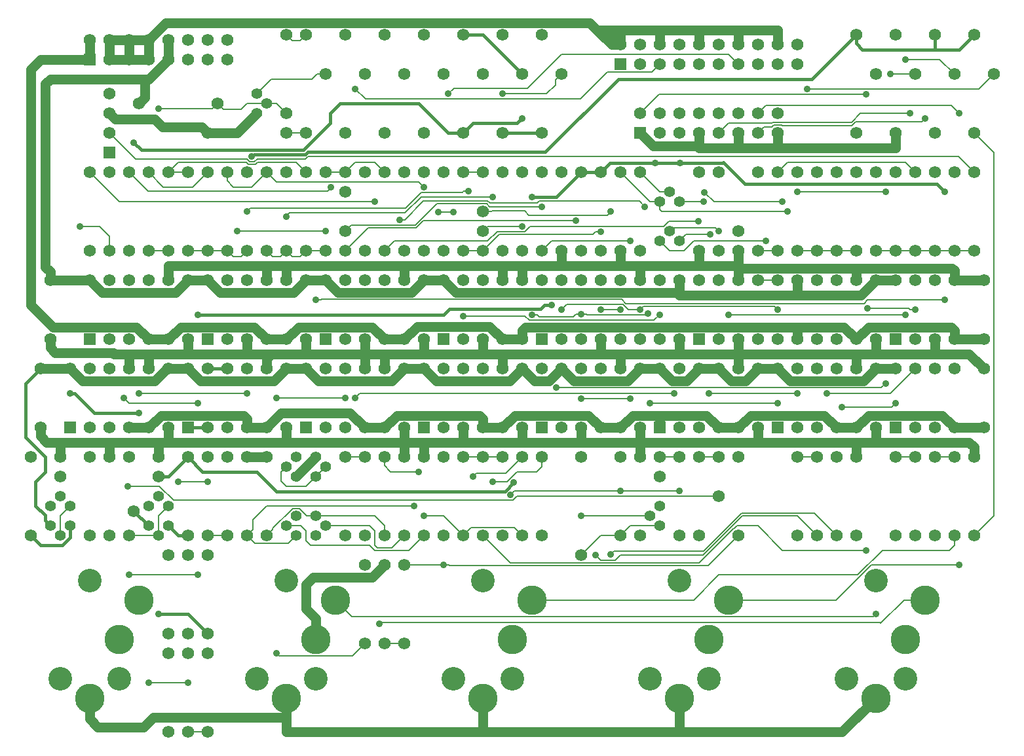
<source format=gbr>
G04 #@! TF.GenerationSoftware,KiCad,Pcbnew,(5.0.0)*
G04 #@! TF.CreationDate,2018-10-08T11:41:10-07:00*
G04 #@! TF.ProjectId,500-1007,3530302D313030372E6B696361645F70,A*
G04 #@! TF.SameCoordinates,Original*
G04 #@! TF.FileFunction,Copper,L2,Bot,Signal*
G04 #@! TF.FilePolarity,Positive*
%FSLAX46Y46*%
G04 Gerber Fmt 4.6, Leading zero omitted, Abs format (unit mm)*
G04 Created by KiCad (PCBNEW (5.0.0)) date 10/08/18 11:41:10*
%MOMM*%
%LPD*%
G01*
G04 APERTURE LIST*
G04 #@! TA.AperFunction,ComponentPad*
%ADD10C,1.574800*%
G04 #@! TD*
G04 #@! TA.AperFunction,ComponentPad*
%ADD11C,3.810000*%
G04 #@! TD*
G04 #@! TA.AperFunction,ComponentPad*
%ADD12C,3.048000*%
G04 #@! TD*
G04 #@! TA.AperFunction,ComponentPad*
%ADD13C,1.397000*%
G04 #@! TD*
G04 #@! TA.AperFunction,ComponentPad*
%ADD14R,1.574800X1.574800*%
G04 #@! TD*
G04 #@! TA.AperFunction,ViaPad*
%ADD15C,0.914400*%
G04 #@! TD*
G04 #@! TA.AperFunction,ViaPad*
%ADD16C,1.574800*%
G04 #@! TD*
G04 #@! TA.AperFunction,Conductor*
%ADD17C,0.177800*%
G04 #@! TD*
G04 #@! TA.AperFunction,Conductor*
%ADD18C,0.381000*%
G04 #@! TD*
G04 #@! TA.AperFunction,Conductor*
%ADD19C,1.270000*%
G04 #@! TD*
G04 APERTURE END LIST*
D10*
G04 #@! TO.P,C1,1*
G04 #@! TO.N,/VCO/LinFM*
X129540000Y-64770000D03*
G04 #@! TO.P,C1,2*
G04 #@! TO.N,Net-(C1-Pad2)*
X129540000Y-59690000D03*
G04 #@! TD*
G04 #@! TO.P,C2,1*
G04 #@! TO.N,+15V0*
X104140000Y-85090000D03*
G04 #@! TO.P,C2,2*
G04 #@! TO.N,GND*
X104140000Y-92710000D03*
G04 #@! TD*
G04 #@! TO.P,C3,1*
G04 #@! TO.N,-15V0*
X116840000Y-92710000D03*
G04 #@! TO.P,C3,2*
G04 #@! TO.N,GND*
X116840000Y-85090000D03*
G04 #@! TD*
G04 #@! TO.P,C4,1*
G04 #@! TO.N,+15V0*
X91440000Y-73660000D03*
G04 #@! TO.P,C4,2*
G04 #@! TO.N,GND*
X91440000Y-81280000D03*
G04 #@! TD*
G04 #@! TO.P,C6,1*
G04 #@! TO.N,-15V0*
X104140000Y-81280000D03*
G04 #@! TO.P,C6,2*
G04 #@! TO.N,GND*
X104140000Y-73660000D03*
G04 #@! TD*
G04 #@! TO.P,C7,1*
G04 #@! TO.N,/VCO/SYNC*
X160020000Y-101600000D03*
G04 #@! TO.P,C7,2*
G04 #@! TO.N,Net-(C7-Pad2)*
X160020000Y-96520000D03*
G04 #@! TD*
G04 #@! TO.P,C8,1*
G04 #@! TO.N,Net-(C8-Pad1)*
X162560000Y-67310000D03*
G04 #@! TO.P,C8,2*
G04 #@! TO.N,GND*
X162560000Y-69850000D03*
G04 #@! TD*
G04 #@! TO.P,C9,1*
G04 #@! TO.N,Net-(C9-Pad1)*
X142240000Y-96520000D03*
G04 #@! TO.P,C9,2*
G04 #@! TO.N,Net-(C9-Pad2)*
X142240000Y-109220000D03*
G04 #@! TD*
G04 #@! TO.P,C10,1*
G04 #@! TO.N,+15V0*
X154940000Y-73660000D03*
G04 #@! TO.P,C10,2*
G04 #@! TO.N,GND*
X154940000Y-81280000D03*
G04 #@! TD*
G04 #@! TO.P,C11,1*
G04 #@! TO.N,-15V0*
X177800000Y-81280000D03*
G04 #@! TO.P,C11,2*
G04 #@! TO.N,GND*
X177800000Y-73660000D03*
G04 #@! TD*
G04 #@! TO.P,C12,1*
G04 #@! TO.N,Net-(C12-Pad1)*
X152400000Y-96520000D03*
G04 #@! TO.P,C12,2*
G04 #@! TO.N,Net-(C12-Pad2)*
X152400000Y-99060000D03*
G04 #@! TD*
G04 #@! TO.P,C13,1*
G04 #@! TO.N,+15V0*
X180340000Y-73660000D03*
G04 #@! TO.P,C13,2*
G04 #@! TO.N,GND*
X180340000Y-81280000D03*
G04 #@! TD*
G04 #@! TO.P,C14,1*
G04 #@! TO.N,-15V0*
X194310000Y-81280000D03*
G04 #@! TO.P,C14,2*
G04 #@! TO.N,GND*
X194310000Y-73660000D03*
G04 #@! TD*
G04 #@! TO.P,C15,1*
G04 #@! TO.N,Net-(C15-Pad1)*
X129540000Y-69850000D03*
G04 #@! TO.P,C15,2*
G04 #@! TO.N,Net-(C15-Pad2)*
X129540000Y-67310000D03*
G04 #@! TD*
G04 #@! TO.P,C16,1*
G04 #@! TO.N,+15V0*
X165100000Y-85090000D03*
G04 #@! TO.P,C16,2*
G04 #@! TO.N,GND*
X165100000Y-92710000D03*
G04 #@! TD*
G04 #@! TO.P,C17,1*
G04 #@! TO.N,+15V0*
X121920000Y-73660000D03*
G04 #@! TO.P,C17,2*
G04 #@! TO.N,GND*
X121920000Y-81280000D03*
G04 #@! TD*
G04 #@! TO.P,C18,1*
G04 #@! TO.N,+15V0*
X119380000Y-85090000D03*
G04 #@! TO.P,C18,2*
G04 #@! TO.N,GND*
X119380000Y-92710000D03*
G04 #@! TD*
G04 #@! TO.P,C19,1*
G04 #@! TO.N,+15V0*
X106680000Y-73660000D03*
G04 #@! TO.P,C19,2*
G04 #@! TO.N,GND*
X106680000Y-81280000D03*
G04 #@! TD*
G04 #@! TO.P,C20,1*
G04 #@! TO.N,Net-(C20-Pad1)*
X111760000Y-69850000D03*
G04 #@! TO.P,C20,2*
G04 #@! TO.N,Net-(C20-Pad2)*
X111760000Y-67310000D03*
G04 #@! TD*
G04 #@! TO.P,C21,1*
G04 #@! TO.N,-15V0*
X177800000Y-92710000D03*
G04 #@! TO.P,C21,2*
G04 #@! TO.N,GND*
X177800000Y-85090000D03*
G04 #@! TD*
G04 #@! TO.P,C22,1*
G04 #@! TO.N,-15V0*
X134620000Y-81280000D03*
G04 #@! TO.P,C22,2*
G04 #@! TO.N,GND*
X134620000Y-73660000D03*
G04 #@! TD*
G04 #@! TO.P,C23,1*
G04 #@! TO.N,-15V0*
X132080000Y-92710000D03*
G04 #@! TO.P,C23,2*
G04 #@! TO.N,GND*
X132080000Y-85090000D03*
G04 #@! TD*
G04 #@! TO.P,C24,1*
G04 #@! TO.N,-15V0*
X119380000Y-81280000D03*
G04 #@! TO.P,C24,2*
G04 #@! TO.N,GND*
X119380000Y-73660000D03*
G04 #@! TD*
G04 #@! TO.P,C25,1*
G04 #@! TO.N,+15V0*
X134620000Y-85090000D03*
G04 #@! TO.P,C25,2*
G04 #@! TO.N,GND*
X134620000Y-92710000D03*
G04 #@! TD*
G04 #@! TO.P,C26,1*
G04 #@! TO.N,-15V0*
X147320000Y-92710000D03*
G04 #@! TO.P,C26,2*
G04 #@! TO.N,GND*
X147320000Y-85090000D03*
G04 #@! TD*
G04 #@! TO.P,C27,1*
G04 #@! TO.N,+15V0*
X149860000Y-85090000D03*
G04 #@! TO.P,C27,2*
G04 #@! TO.N,GND*
X149860000Y-92710000D03*
G04 #@! TD*
G04 #@! TO.P,C28,1*
G04 #@! TO.N,-15V0*
X162560000Y-92710000D03*
G04 #@! TO.P,C28,2*
G04 #@! TO.N,GND*
X162560000Y-85090000D03*
G04 #@! TD*
G04 #@! TO.P,C29,1*
G04 #@! TO.N,+15V0*
X72390000Y-85090000D03*
G04 #@! TO.P,C29,2*
G04 #@! TO.N,GND*
X72390000Y-92710000D03*
G04 #@! TD*
G04 #@! TO.P,C30,1*
G04 #@! TO.N,-15V0*
X86360000Y-92710000D03*
G04 #@! TO.P,C30,2*
G04 #@! TO.N,GND*
X86360000Y-85090000D03*
G04 #@! TD*
G04 #@! TO.P,C31,1*
G04 #@! TO.N,+15V0*
X88900000Y-85090000D03*
G04 #@! TO.P,C31,2*
G04 #@! TO.N,GND*
X88900000Y-92710000D03*
G04 #@! TD*
G04 #@! TO.P,C32,1*
G04 #@! TO.N,-15V0*
X101600000Y-92710000D03*
G04 #@! TO.P,C32,2*
G04 #@! TO.N,GND*
X101600000Y-85090000D03*
G04 #@! TD*
G04 #@! TO.P,C33,1*
G04 #@! TO.N,+15V0*
X73660000Y-73660000D03*
G04 #@! TO.P,C33,2*
G04 #@! TO.N,GND*
X73660000Y-81280000D03*
G04 #@! TD*
G04 #@! TO.P,C34,1*
G04 #@! TO.N,-15V0*
X88900000Y-81280000D03*
G04 #@! TO.P,C34,2*
G04 #@! TO.N,GND*
X88900000Y-73660000D03*
G04 #@! TD*
G04 #@! TO.P,C35,1*
G04 #@! TO.N,/WaveShaper/+10VR*
X74930000Y-99060000D03*
G04 #@! TO.P,C35,2*
G04 #@! TO.N,GND*
X74930000Y-96520000D03*
G04 #@! TD*
G04 #@! TO.P,C36,1*
G04 #@! TO.N,GND*
X87630000Y-96520000D03*
G04 #@! TO.P,C36,2*
G04 #@! TO.N,/WaveShaper/-10vr*
X87630000Y-99060000D03*
G04 #@! TD*
G04 #@! TO.P,D1,1*
G04 #@! TO.N,/VCO/PULSE*
X119380000Y-110490000D03*
G04 #@! TO.P,D1,2*
G04 #@! TO.N,Net-(D1-Pad2)*
X119380000Y-120650000D03*
G04 #@! TD*
G04 #@! TO.P,D2,1*
G04 #@! TO.N,GND*
X116840000Y-110490000D03*
G04 #@! TO.P,D2,2*
G04 #@! TO.N,Net-(D1-Pad2)*
X116840000Y-120650000D03*
G04 #@! TD*
G04 #@! TO.P,D3,1*
G04 #@! TO.N,Net-(D3-Pad1)*
X88900000Y-59690000D03*
G04 #@! TO.P,D3,2*
G04 #@! TO.N,Net-(D3-Pad2)*
X88900000Y-69850000D03*
G04 #@! TD*
G04 #@! TO.P,D4,1*
G04 #@! TO.N,Net-(D3-Pad2)*
X86360000Y-69850000D03*
G04 #@! TO.P,D4,2*
G04 #@! TO.N,Net-(D4-Pad2)*
X86360000Y-59690000D03*
G04 #@! TD*
D11*
G04 #@! TO.P,J1,1*
G04 #@! TO.N,GND*
X78740000Y-127711200D03*
D12*
G04 #@! TO.P,J1,*
G04 #@! TO.N,*
X82550000Y-125171200D03*
D11*
G04 #@! TO.P,J1,2*
G04 #@! TO.N,GND*
X82550000Y-120091200D03*
G04 #@! TO.P,J1,3*
G04 #@! TO.N,/VCO/SYNC*
X85090000Y-115011200D03*
D12*
G04 #@! TO.P,J1,*
G04 #@! TO.N,*
X78740000Y-112471200D03*
X74930000Y-125171200D03*
G04 #@! TD*
D11*
G04 #@! TO.P,J2,1*
G04 #@! TO.N,GND*
X104140000Y-127711200D03*
D12*
G04 #@! TO.P,J2,*
G04 #@! TO.N,*
X107950000Y-125171200D03*
D11*
G04 #@! TO.P,J2,2*
G04 #@! TO.N,GND*
X107950000Y-120091200D03*
G04 #@! TO.P,J2,3*
G04 #@! TO.N,Net-(J2-Pad3)*
X110490000Y-115011200D03*
D12*
G04 #@! TO.P,J2,*
G04 #@! TO.N,*
X104140000Y-112471200D03*
X100330000Y-125171200D03*
G04 #@! TD*
D11*
G04 #@! TO.P,J3,1*
G04 #@! TO.N,GND*
X129540000Y-127711200D03*
D12*
G04 #@! TO.P,J3,*
G04 #@! TO.N,*
X133350000Y-125171200D03*
D11*
G04 #@! TO.P,J3,2*
G04 #@! TO.N,GND*
X133350000Y-120091200D03*
G04 #@! TO.P,J3,3*
G04 #@! TO.N,Net-(J3-Pad3)*
X135890000Y-115011200D03*
D12*
G04 #@! TO.P,J3,*
G04 #@! TO.N,*
X129540000Y-112471200D03*
X125730000Y-125171200D03*
G04 #@! TD*
D11*
G04 #@! TO.P,J4,1*
G04 #@! TO.N,GND*
X154940000Y-127711200D03*
D12*
G04 #@! TO.P,J4,*
G04 #@! TO.N,*
X158750000Y-125171200D03*
D11*
G04 #@! TO.P,J4,2*
G04 #@! TO.N,GND*
X158750000Y-120091200D03*
G04 #@! TO.P,J4,3*
G04 #@! TO.N,/VCO/VCO1*
X161290000Y-115011200D03*
D12*
G04 #@! TO.P,J4,*
G04 #@! TO.N,*
X154940000Y-112471200D03*
X151130000Y-125171200D03*
G04 #@! TD*
D11*
G04 #@! TO.P,J5,1*
G04 #@! TO.N,GND*
X180340000Y-127711200D03*
D12*
G04 #@! TO.P,J5,*
G04 #@! TO.N,*
X184150000Y-125171200D03*
D11*
G04 #@! TO.P,J5,2*
G04 #@! TO.N,GND*
X184150000Y-120091200D03*
G04 #@! TO.P,J5,3*
G04 #@! TO.N,Net-(J5-Pad3)*
X186690000Y-115011200D03*
D12*
G04 #@! TO.P,J5,*
G04 #@! TO.N,*
X180340000Y-112471200D03*
X176530000Y-125171200D03*
G04 #@! TD*
D13*
G04 #@! TO.P,Q1,2*
G04 #@! TO.N,Net-(Q1-Pad2)*
X109220000Y-105410000D03*
G04 #@! TO.P,Q1,3*
G04 #@! TO.N,Net-(Q1-Pad3)*
X107950000Y-106680000D03*
G04 #@! TO.P,Q1,1*
G04 #@! TO.N,Net-(Q1-Pad1)*
X107950000Y-104140000D03*
G04 #@! TO.P,Q1,6*
G04 #@! TO.N,Net-(Q1-Pad6)*
X105410000Y-104140000D03*
G04 #@! TO.P,Q1,4*
G04 #@! TO.N,Net-(Q1-Pad4)*
X105410000Y-106680000D03*
G04 #@! TO.P,Q1,5*
G04 #@! TO.N,Net-(Q1-Pad5)*
X104140000Y-105410000D03*
G04 #@! TD*
G04 #@! TO.P,Q2,2*
G04 #@! TO.N,Net-(Q1-Pad3)*
X109220000Y-97790000D03*
G04 #@! TO.P,Q2,3*
X107950000Y-99060000D03*
G04 #@! TO.P,Q2,1*
G04 #@! TO.N,+15V0*
X107950000Y-96520000D03*
G04 #@! TO.P,Q2,6*
G04 #@! TO.N,Net-(Q1-Pad6)*
X105410000Y-96520000D03*
G04 #@! TO.P,Q2,4*
G04 #@! TO.N,+15V0*
X105410000Y-99060000D03*
G04 #@! TO.P,Q2,5*
G04 #@! TO.N,Net-(Q1-Pad3)*
X104140000Y-97790000D03*
G04 #@! TD*
G04 #@! TO.P,Q3,1*
G04 #@! TO.N,/WaveShaper/+10VR*
X73660000Y-102870000D03*
G04 #@! TO.P,Q3,2*
G04 #@! TO.N,Net-(Q3-Pad2)*
X74930000Y-101600000D03*
G04 #@! TO.P,Q3,3*
G04 #@! TO.N,Net-(Q3-Pad3)*
X76200000Y-102870000D03*
G04 #@! TD*
G04 #@! TO.P,Q4,1*
G04 #@! TO.N,Net-(Q3-Pad2)*
X76200000Y-105410000D03*
G04 #@! TO.P,Q4,2*
G04 #@! TO.N,Net-(Q3-Pad3)*
X74930000Y-106680000D03*
G04 #@! TO.P,Q4,3*
G04 #@! TO.N,+15V0*
X73660000Y-105410000D03*
G04 #@! TD*
G04 #@! TO.P,Q5,1*
G04 #@! TO.N,Net-(C9-Pad2)*
X152400000Y-105410000D03*
G04 #@! TO.P,Q5,2*
G04 #@! TO.N,Net-(C9-Pad1)*
X151130000Y-104140000D03*
G04 #@! TO.P,Q5,3*
G04 #@! TO.N,Net-(C12-Pad2)*
X152400000Y-102870000D03*
G04 #@! TD*
G04 #@! TO.P,Q6,1*
G04 #@! TO.N,Net-(Q6-Pad1)*
X152400000Y-63500000D03*
G04 #@! TO.P,Q6,2*
G04 #@! TO.N,Net-(Q6-Pad2)*
X153670000Y-62230000D03*
G04 #@! TO.P,Q6,3*
G04 #@! TO.N,Net-(Q6-Pad3)*
X154940000Y-63500000D03*
G04 #@! TD*
G04 #@! TO.P,Q7,1*
G04 #@! TO.N,Net-(Q7-Pad1)*
X152400000Y-68580000D03*
G04 #@! TO.P,Q7,2*
G04 #@! TO.N,Net-(Q7-Pad2)*
X153670000Y-67310000D03*
G04 #@! TO.P,Q7,3*
G04 #@! TO.N,Net-(Q7-Pad3)*
X154940000Y-68580000D03*
G04 #@! TD*
D10*
G04 #@! TO.P,Q8,14*
G04 #@! TO.N,N/C*
X137160000Y-73660000D03*
D14*
G04 #@! TO.P,Q8,1*
G04 #@! TO.N,Net-(C9-Pad1)*
X137160000Y-81280000D03*
D10*
G04 #@! TO.P,Q8,13*
G04 #@! TO.N,Net-(Q8-Pad10)*
X139700000Y-73660000D03*
G04 #@! TO.P,Q8,2*
G04 #@! TO.N,Net-(Q8-Pad2)*
X139700000Y-81280000D03*
G04 #@! TO.P,Q8,12*
G04 #@! TO.N,N/C*
X142240000Y-73660000D03*
G04 #@! TO.P,Q8,3*
G04 #@! TO.N,Net-(Q8-Pad3)*
X142240000Y-81280000D03*
G04 #@! TO.P,Q8,11*
G04 #@! TO.N,Net-(C20-Pad1)*
X144780000Y-73660000D03*
G04 #@! TO.P,Q8,4*
G04 #@! TO.N,GND*
X144780000Y-81280000D03*
G04 #@! TO.P,Q8,10*
G04 #@! TO.N,Net-(Q8-Pad10)*
X147320000Y-73660000D03*
G04 #@! TO.P,Q8,5*
G04 #@! TO.N,Net-(C15-Pad1)*
X147320000Y-81280000D03*
G04 #@! TO.P,Q8,9*
G04 #@! TO.N,GND*
X149860000Y-73660000D03*
G04 #@! TO.P,Q8,6*
G04 #@! TO.N,Net-(Q8-Pad2)*
X149860000Y-81280000D03*
G04 #@! TO.P,Q8,8*
G04 #@! TO.N,Net-(Q8-Pad8)*
X152400000Y-73660000D03*
G04 #@! TO.P,Q8,7*
G04 #@! TO.N,Net-(Q8-Pad3)*
X152400000Y-81280000D03*
G04 #@! TD*
D13*
G04 #@! TO.P,Q9,1*
G04 #@! TO.N,/WaveShaper/-10vr*
X86360000Y-102870000D03*
G04 #@! TO.P,Q9,2*
G04 #@! TO.N,Net-(Q10-Pad1)*
X87630000Y-101600000D03*
G04 #@! TO.P,Q9,3*
G04 #@! TO.N,Net-(Q10-Pad2)*
X88900000Y-102870000D03*
G04 #@! TD*
G04 #@! TO.P,Q10,1*
G04 #@! TO.N,Net-(Q10-Pad1)*
X88900000Y-105410000D03*
G04 #@! TO.P,Q10,2*
G04 #@! TO.N,Net-(Q10-Pad2)*
X87630000Y-106680000D03*
G04 #@! TO.P,Q10,3*
G04 #@! TO.N,-15V0*
X86360000Y-105410000D03*
G04 #@! TD*
D10*
G04 #@! TO.P,R1,1*
G04 #@! TO.N,Net-(J2-Pad3)*
X185420000Y-106680000D03*
G04 #@! TO.P,R1,2*
G04 #@! TO.N,Net-(R1-Pad2)*
X185420000Y-96520000D03*
G04 #@! TD*
G04 #@! TO.P,R2,1*
G04 #@! TO.N,Net-(J3-Pad3)*
X190500000Y-106680000D03*
G04 #@! TO.P,R2,2*
G04 #@! TO.N,Net-(R2-Pad2)*
X190500000Y-96520000D03*
G04 #@! TD*
G04 #@! TO.P,R3,1*
G04 #@! TO.N,Net-(J5-Pad3)*
X114300000Y-106680000D03*
G04 #@! TO.P,R3,2*
G04 #@! TO.N,Net-(R3-Pad2)*
X114300000Y-96520000D03*
G04 #@! TD*
G04 #@! TO.P,R4,1*
G04 #@! TO.N,Net-(R1-Pad2)*
X182880000Y-96520000D03*
G04 #@! TO.P,R4,2*
G04 #@! TO.N,/VCO/PWM2*
X182880000Y-106680000D03*
G04 #@! TD*
G04 #@! TO.P,R5,1*
G04 #@! TO.N,Net-(R2-Pad2)*
X187960000Y-96520000D03*
G04 #@! TO.P,R5,2*
G04 #@! TO.N,/VCO/PWM3*
X187960000Y-106680000D03*
G04 #@! TD*
G04 #@! TO.P,R6,1*
G04 #@! TO.N,Net-(R3-Pad2)*
X111760000Y-96520000D03*
G04 #@! TO.P,R6,2*
G04 #@! TO.N,/VCO/VCO2*
X111760000Y-106680000D03*
G04 #@! TD*
G04 #@! TO.P,R7,1*
G04 #@! TO.N,/VCO/PULSE*
X162560000Y-106680000D03*
G04 #@! TO.P,R7,2*
G04 #@! TO.N,Net-(P3-Pad17)*
X162560000Y-96520000D03*
G04 #@! TD*
G04 #@! TO.P,R8,1*
G04 #@! TO.N,/VCO/RAMP*
X121920000Y-69850000D03*
G04 #@! TO.P,R8,2*
G04 #@! TO.N,Net-(P3-Pad13)*
X121920000Y-59690000D03*
G04 #@! TD*
G04 #@! TO.P,R9,1*
G04 #@! TO.N,/WaveShaper/SINE*
X114300000Y-69850000D03*
G04 #@! TO.P,R9,2*
G04 #@! TO.N,Net-(P3-Pad5)*
X114300000Y-59690000D03*
G04 #@! TD*
G04 #@! TO.P,R10,1*
G04 #@! TO.N,/WaveShaper/TRI*
X116840000Y-59690000D03*
G04 #@! TO.P,R10,2*
G04 #@! TO.N,Net-(P3-Pad9)*
X116840000Y-69850000D03*
G04 #@! TD*
G04 #@! TO.P,R11,1*
G04 #@! TO.N,Net-(C15-Pad1)*
X127000000Y-69850000D03*
G04 #@! TO.P,R11,2*
G04 #@! TO.N,Net-(C1-Pad2)*
X127000000Y-59690000D03*
G04 #@! TD*
G04 #@! TO.P,R13,1*
G04 #@! TO.N,/VCO/RAMP*
X96520000Y-59690000D03*
G04 #@! TO.P,R13,2*
G04 #@! TO.N,Net-(R13-Pad2)*
X96520000Y-69850000D03*
G04 #@! TD*
G04 #@! TO.P,R14,1*
G04 #@! TO.N,Net-(R12-Pad2)*
X99060000Y-59690000D03*
G04 #@! TO.P,R14,2*
G04 #@! TO.N,Net-(R13-Pad2)*
X99060000Y-69850000D03*
G04 #@! TD*
G04 #@! TO.P,R15,1*
G04 #@! TO.N,Net-(R13-Pad2)*
X93980000Y-69850000D03*
G04 #@! TO.P,R15,2*
G04 #@! TO.N,Net-(D4-Pad2)*
X93980000Y-59690000D03*
G04 #@! TD*
G04 #@! TO.P,R16,1*
G04 #@! TO.N,Net-(R13-Pad2)*
X91440000Y-69850000D03*
G04 #@! TO.P,R16,2*
G04 #@! TO.N,Net-(D3-Pad1)*
X91440000Y-59690000D03*
G04 #@! TD*
G04 #@! TO.P,R17,1*
G04 #@! TO.N,/VCO/PWM1*
X177800000Y-59690000D03*
G04 #@! TO.P,R17,2*
G04 #@! TO.N,Net-(R17-Pad2)*
X177800000Y-69850000D03*
G04 #@! TD*
G04 #@! TO.P,R18,1*
G04 #@! TO.N,/VCO/PWM2*
X175260000Y-59690000D03*
G04 #@! TO.P,R18,2*
G04 #@! TO.N,Net-(R17-Pad2)*
X175260000Y-69850000D03*
G04 #@! TD*
G04 #@! TO.P,R19,1*
G04 #@! TO.N,/VCO/PWM3*
X172720000Y-59690000D03*
G04 #@! TO.P,R19,2*
G04 #@! TO.N,Net-(R17-Pad2)*
X172720000Y-69850000D03*
G04 #@! TD*
G04 #@! TO.P,R20,1*
G04 #@! TO.N,/VCO/VCO1*
X187960000Y-59690000D03*
G04 #@! TO.P,R20,2*
G04 #@! TO.N,Net-(R20-Pad2)*
X187960000Y-69850000D03*
G04 #@! TD*
G04 #@! TO.P,R21,1*
G04 #@! TO.N,/VCO/VCO2*
X190500000Y-59690000D03*
G04 #@! TO.P,R21,2*
G04 #@! TO.N,Net-(R20-Pad2)*
X190500000Y-69850000D03*
G04 #@! TD*
G04 #@! TO.P,R22,1*
G04 #@! TO.N,/VCO/VCO3*
X193040000Y-59690000D03*
G04 #@! TO.P,R22,2*
G04 #@! TO.N,Net-(R20-Pad2)*
X193040000Y-69850000D03*
G04 #@! TD*
G04 #@! TO.P,R26,1*
G04 #@! TO.N,/VCO/-5Vr*
X193040000Y-41910000D03*
G04 #@! TO.P,R26,2*
G04 #@! TO.N,Net-(R26-Pad2)*
X195580000Y-46990000D03*
G04 #@! TO.P,R26,3*
G04 #@! TO.N,Net-(R26-Pad3)*
X193040000Y-54610000D03*
G04 #@! TD*
G04 #@! TO.P,R27,1*
G04 #@! TO.N,Net-(R26-Pad3)*
X193040000Y-106680000D03*
G04 #@! TO.P,R27,2*
G04 #@! TO.N,GND*
X193040000Y-96520000D03*
G04 #@! TD*
G04 #@! TO.P,R28,1*
G04 #@! TO.N,Net-(R17-Pad2)*
X170180000Y-69850000D03*
G04 #@! TO.P,R28,2*
G04 #@! TO.N,Net-(R28-Pad2)*
X170180000Y-59690000D03*
G04 #@! TD*
G04 #@! TO.P,R29,1*
G04 #@! TO.N,Net-(R20-Pad2)*
X182880000Y-69850000D03*
G04 #@! TO.P,R29,2*
G04 #@! TO.N,Net-(R29-Pad2)*
X182880000Y-59690000D03*
G04 #@! TD*
G04 #@! TO.P,R30,1*
G04 #@! TO.N,Net-(R20-Pad2)*
X180340000Y-69850000D03*
G04 #@! TO.P,R30,2*
G04 #@! TO.N,Net-(R30-Pad2)*
X180340000Y-59690000D03*
G04 #@! TD*
G04 #@! TO.P,R31,1*
G04 #@! TO.N,Net-(R20-Pad2)*
X185420000Y-69850000D03*
G04 #@! TO.P,R31,2*
G04 #@! TO.N,Net-(R31-Pad2)*
X185420000Y-59690000D03*
G04 #@! TD*
G04 #@! TO.P,R32,1*
G04 #@! TO.N,/VCO/-5Vr*
X187960000Y-41910000D03*
G04 #@! TO.P,R32,2*
G04 #@! TO.N,Net-(R29-Pad2)*
X190500000Y-46990000D03*
G04 #@! TO.P,R32,3*
G04 #@! TO.N,/VCO/+5Vr*
X187960000Y-54610000D03*
G04 #@! TD*
G04 #@! TO.P,R33,1*
G04 #@! TO.N,Net-(R33-Pad1)*
X149860000Y-69850000D03*
G04 #@! TO.P,R33,2*
G04 #@! TO.N,Net-(Q6-Pad2)*
X149860000Y-59690000D03*
G04 #@! TD*
G04 #@! TO.P,R34,1*
G04 #@! TO.N,Net-(R31-Pad2)*
X167640000Y-59690000D03*
G04 #@! TO.P,R34,2*
G04 #@! TO.N,Net-(R34-Pad2)*
X167640000Y-69850000D03*
G04 #@! TD*
G04 #@! TO.P,R35,1*
G04 #@! TO.N,Net-(R34-Pad2)*
X165100000Y-69850000D03*
G04 #@! TO.P,R35,2*
G04 #@! TO.N,Net-(C8-Pad1)*
X165100000Y-59690000D03*
G04 #@! TD*
G04 #@! TO.P,R36,1*
G04 #@! TO.N,Net-(Q6-Pad1)*
X147320000Y-59690000D03*
G04 #@! TO.P,R36,2*
G04 #@! TO.N,GND*
X147320000Y-69850000D03*
G04 #@! TD*
G04 #@! TO.P,R37,1*
G04 #@! TO.N,Net-(C9-Pad2)*
X147320000Y-106680000D03*
G04 #@! TO.P,R37,2*
G04 #@! TO.N,Net-(R37-Pad2)*
X147320000Y-96520000D03*
G04 #@! TD*
G04 #@! TO.P,R38,1*
G04 #@! TO.N,Net-(C12-Pad2)*
X149860000Y-106680000D03*
G04 #@! TO.P,R38,2*
G04 #@! TO.N,GND*
X149860000Y-96520000D03*
G04 #@! TD*
G04 #@! TO.P,R39,1*
G04 #@! TO.N,Net-(R37-Pad2)*
X154940000Y-106680000D03*
G04 #@! TO.P,R39,2*
G04 #@! TO.N,Net-(C12-Pad1)*
X154940000Y-96520000D03*
G04 #@! TD*
G04 #@! TO.P,R40,1*
G04 #@! TO.N,Net-(Q8-Pad3)*
X172720000Y-106680000D03*
G04 #@! TO.P,R40,2*
G04 #@! TO.N,Net-(R40-Pad2)*
X172720000Y-96520000D03*
G04 #@! TD*
G04 #@! TO.P,R41,1*
G04 #@! TO.N,Net-(Q8-Pad10)*
X175260000Y-106680000D03*
G04 #@! TO.P,R41,2*
G04 #@! TO.N,Net-(R41-Pad2)*
X175260000Y-96520000D03*
G04 #@! TD*
G04 #@! TO.P,R42,1*
G04 #@! TO.N,Net-(C7-Pad2)*
X157480000Y-96520000D03*
G04 #@! TO.P,R42,2*
G04 #@! TO.N,/VCO/+5Vr*
X157480000Y-106680000D03*
G04 #@! TD*
G04 #@! TO.P,R43,1*
G04 #@! TO.N,Net-(R41-Pad2)*
X177800000Y-106680000D03*
G04 #@! TO.P,R43,2*
G04 #@! TO.N,GND*
X177800000Y-96520000D03*
G04 #@! TD*
G04 #@! TO.P,R44,1*
G04 #@! TO.N,Net-(R40-Pad2)*
X170180000Y-96520000D03*
G04 #@! TO.P,R44,2*
G04 #@! TO.N,Net-(Q7-Pad1)*
X170180000Y-106680000D03*
G04 #@! TD*
G04 #@! TO.P,R45,1*
G04 #@! TO.N,/VCO/-5Vr*
X177800000Y-41910000D03*
G04 #@! TO.P,R45,2*
G04 #@! TO.N,Net-(R45-Pad2)*
X180340000Y-46990000D03*
G04 #@! TO.P,R45,3*
X177800000Y-54610000D03*
G04 #@! TD*
G04 #@! TO.P,R46,1*
G04 #@! TO.N,Net-(R46-Pad1)*
X160020000Y-69850000D03*
G04 #@! TO.P,R46,2*
G04 #@! TO.N,Net-(Q7-Pad2)*
X160020000Y-59690000D03*
G04 #@! TD*
G04 #@! TO.P,R47,1*
G04 #@! TO.N,Net-(R47-Pad1)*
X182880000Y-41910000D03*
G04 #@! TO.P,R47,2*
G04 #@! TO.N,Net-(R30-Pad2)*
X185420000Y-46990000D03*
G04 #@! TO.P,R47,3*
G04 #@! TO.N,GND*
X182880000Y-54610000D03*
G04 #@! TD*
G04 #@! TO.P,R48,1*
G04 #@! TO.N,Net-(R45-Pad2)*
X129540000Y-106680000D03*
G04 #@! TO.P,R48,2*
G04 #@! TO.N,Net-(R48-Pad2)*
X129540000Y-96520000D03*
G04 #@! TD*
G04 #@! TO.P,R49,1*
G04 #@! TO.N,Net-(R37-Pad2)*
X132080000Y-106680000D03*
G04 #@! TO.P,R49,2*
G04 #@! TO.N,Net-(R48-Pad2)*
X132080000Y-96520000D03*
G04 #@! TD*
G04 #@! TO.P,R50,1*
G04 #@! TO.N,Net-(Q7-Pad1)*
X157480000Y-59690000D03*
G04 #@! TO.P,R50,2*
G04 #@! TO.N,GND*
X157480000Y-69850000D03*
G04 #@! TD*
G04 #@! TO.P,R51,1*
G04 #@! TO.N,Net-(Q8-Pad2)*
X139700000Y-59690000D03*
G04 #@! TO.P,R51,2*
G04 #@! TO.N,GND*
X139700000Y-69850000D03*
G04 #@! TD*
G04 #@! TO.P,R52,1*
G04 #@! TO.N,Net-(R47-Pad1)*
X124460000Y-69850000D03*
G04 #@! TO.P,R52,2*
G04 #@! TO.N,Net-(Q8-Pad8)*
X124460000Y-59690000D03*
G04 #@! TD*
G04 #@! TO.P,R53,1*
G04 #@! TO.N,Net-(R48-Pad2)*
X127000000Y-96520000D03*
G04 #@! TO.P,R53,2*
G04 #@! TO.N,/VCO/RAMP*
X127000000Y-106680000D03*
G04 #@! TD*
G04 #@! TO.P,R54,1*
G04 #@! TO.N,/VCO/RAMP*
X134620000Y-106680000D03*
G04 #@! TO.P,R54,2*
G04 #@! TO.N,Net-(R54-Pad2)*
X134620000Y-96520000D03*
G04 #@! TD*
G04 #@! TO.P,R55,1*
G04 #@! TO.N,Net-(R28-Pad2)*
X137160000Y-106680000D03*
G04 #@! TO.P,R55,2*
G04 #@! TO.N,Net-(R55-Pad2)*
X137160000Y-96520000D03*
G04 #@! TD*
G04 #@! TO.P,R56,1*
G04 #@! TO.N,Net-(Q8-Pad3)*
X134620000Y-69850000D03*
G04 #@! TO.P,R56,2*
G04 #@! TO.N,Net-(C15-Pad2)*
X134620000Y-59690000D03*
G04 #@! TD*
G04 #@! TO.P,R57,1*
G04 #@! TO.N,/VCO/+5Vr*
X144780000Y-59690000D03*
G04 #@! TO.P,R57,2*
G04 #@! TO.N,Net-(C15-Pad1)*
X144780000Y-69850000D03*
G04 #@! TD*
G04 #@! TO.P,R58,1*
G04 #@! TO.N,Net-(R58-Pad1)*
X124460000Y-96520000D03*
G04 #@! TO.P,R58,2*
G04 #@! TO.N,/VCO/PULSE*
X124460000Y-106680000D03*
G04 #@! TD*
G04 #@! TO.P,R59,1*
G04 #@! TO.N,/VCO/+5Vr*
X142240000Y-59690000D03*
G04 #@! TO.P,R59,2*
G04 #@! TO.N,Net-(C20-Pad1)*
X142240000Y-69850000D03*
G04 #@! TD*
G04 #@! TO.P,R60,1*
G04 #@! TO.N,Net-(Q8-Pad10)*
X137160000Y-69850000D03*
G04 #@! TO.P,R60,2*
G04 #@! TO.N,Net-(C20-Pad2)*
X137160000Y-59690000D03*
G04 #@! TD*
G04 #@! TO.P,R62,1*
G04 #@! TO.N,Net-(R61-Pad3)*
X119380000Y-59690000D03*
G04 #@! TO.P,R62,2*
G04 #@! TO.N,Net-(Q1-Pad2)*
X119380000Y-69850000D03*
G04 #@! TD*
G04 #@! TO.P,R64,1*
G04 #@! TO.N,Net-(Q1-Pad2)*
X119380000Y-106680000D03*
G04 #@! TO.P,R64,2*
G04 #@! TO.N,GND*
X119380000Y-96520000D03*
G04 #@! TD*
G04 #@! TO.P,R65,1*
G04 #@! TO.N,/VCO/RAMP*
X101600000Y-59690000D03*
G04 #@! TO.P,R65,2*
G04 #@! TO.N,Net-(C5-Pad1)*
X101600000Y-69850000D03*
G04 #@! TD*
G04 #@! TO.P,R66,1*
G04 #@! TO.N,Net-(R63-Pad1)*
X104140000Y-59690000D03*
G04 #@! TO.P,R66,2*
G04 #@! TO.N,Net-(C5-Pad1)*
X104140000Y-69850000D03*
G04 #@! TD*
G04 #@! TO.P,R67,1*
G04 #@! TO.N,Net-(D3-Pad1)*
X106680000Y-59690000D03*
G04 #@! TO.P,R67,2*
G04 #@! TO.N,Net-(C5-Pad1)*
X106680000Y-69850000D03*
G04 #@! TD*
G04 #@! TO.P,R68,1*
G04 #@! TO.N,Net-(Q1-Pad1)*
X101600000Y-106680000D03*
G04 #@! TO.P,R68,2*
G04 #@! TO.N,-15V0*
X101600000Y-96520000D03*
G04 #@! TD*
G04 #@! TO.P,R69,1*
G04 #@! TO.N,Net-(Q1-Pad1)*
X116840000Y-106680000D03*
G04 #@! TO.P,R69,2*
G04 #@! TO.N,Net-(R69-Pad2)*
X116840000Y-96520000D03*
G04 #@! TD*
G04 #@! TO.P,R70,1*
G04 #@! TO.N,Net-(C5-Pad1)*
X109220000Y-69850000D03*
G04 #@! TO.P,R70,2*
G04 #@! TO.N,/WaveShaper/TRI*
X109220000Y-59690000D03*
G04 #@! TD*
G04 #@! TO.P,R72,1*
G04 #@! TO.N,Net-(Q1-Pad4)*
X99060000Y-106680000D03*
G04 #@! TO.P,R72,2*
G04 #@! TO.N,-15V0*
X99060000Y-96520000D03*
G04 #@! TD*
G04 #@! TO.P,R73,1*
G04 #@! TO.N,Net-(Q1-Pad5)*
X121920000Y-106680000D03*
G04 #@! TO.P,R73,2*
G04 #@! TO.N,GND*
X121920000Y-96520000D03*
G04 #@! TD*
G04 #@! TO.P,R74,1*
G04 #@! TO.N,Net-(Q1-Pad5)*
X132080000Y-69850000D03*
G04 #@! TO.P,R74,2*
G04 #@! TO.N,Net-(R74-Pad2)*
X132080000Y-59690000D03*
G04 #@! TD*
G04 #@! TO.P,R76,1*
G04 #@! TO.N,Net-(Q1-Pad6)*
X114300000Y-120650000D03*
G04 #@! TO.P,R76,2*
G04 #@! TO.N,/WaveShaper/SINE*
X114300000Y-110490000D03*
G04 #@! TD*
G04 #@! TO.P,R77,1*
G04 #@! TO.N,Net-(R77-Pad1)*
X104140000Y-52070000D03*
G04 #@! TO.P,R77,2*
G04 #@! TO.N,Net-(R77-Pad2)*
X104140000Y-41910000D03*
G04 #@! TD*
G04 #@! TO.P,R78,1*
G04 #@! TO.N,Net-(R77-Pad2)*
X106680000Y-41910000D03*
G04 #@! TO.P,R78,2*
G04 #@! TO.N,Net-(R78-Pad2)*
X109220000Y-46990000D03*
G04 #@! TO.P,R78,3*
G04 #@! TO.N,Net-(R78-Pad3)*
X106680000Y-54610000D03*
G04 #@! TD*
G04 #@! TO.P,R79,1*
G04 #@! TO.N,Net-(R78-Pad3)*
X104140000Y-54610000D03*
G04 #@! TO.P,R79,2*
G04 #@! TO.N,GND*
X93980000Y-54610000D03*
G04 #@! TD*
G04 #@! TO.P,R80,1*
G04 #@! TO.N,+15V0*
X85090000Y-50800000D03*
G04 #@! TO.P,R80,2*
G04 #@! TO.N,Net-(R77-Pad1)*
X95250000Y-50800000D03*
G04 #@! TD*
G04 #@! TO.P,R81,1*
G04 #@! TO.N,Net-(R81-Pad1)*
X91440000Y-132080000D03*
G04 #@! TO.P,R81,2*
G04 #@! TO.N,Net-(R77-Pad1)*
X91440000Y-121920000D03*
G04 #@! TD*
G04 #@! TO.P,R82,1*
G04 #@! TO.N,GND*
X81280000Y-96520000D03*
G04 #@! TO.P,R82,2*
G04 #@! TO.N,Net-(R82-Pad2)*
X81280000Y-106680000D03*
G04 #@! TD*
G04 #@! TO.P,R83,1*
G04 #@! TO.N,/WaveShaper/+10VR*
X88900000Y-132080000D03*
G04 #@! TO.P,R83,2*
G04 #@! TO.N,Net-(R82-Pad2)*
X88900000Y-121920000D03*
G04 #@! TD*
G04 #@! TO.P,R84,1*
G04 #@! TO.N,/WaveShaper/-10vr*
X93980000Y-121920000D03*
G04 #@! TO.P,R84,2*
G04 #@! TO.N,Net-(R81-Pad1)*
X93980000Y-132080000D03*
G04 #@! TD*
G04 #@! TO.P,R85,1*
G04 #@! TO.N,Net-(Q3-Pad3)*
X78740000Y-106680000D03*
G04 #@! TO.P,R85,2*
G04 #@! TO.N,Net-(R85-Pad2)*
X78740000Y-96520000D03*
G04 #@! TD*
G04 #@! TO.P,R86,1*
G04 #@! TO.N,Net-(Q10-Pad2)*
X83820000Y-106680000D03*
G04 #@! TO.P,R86,2*
G04 #@! TO.N,Net-(R86-Pad2)*
X83820000Y-96520000D03*
G04 #@! TD*
G04 #@! TO.P,R87,1*
G04 #@! TO.N,/WaveShaper/+10VR*
X71120000Y-96520000D03*
G04 #@! TO.P,R87,2*
G04 #@! TO.N,Net-(Q3-Pad2)*
X71120000Y-106680000D03*
G04 #@! TD*
G04 #@! TO.P,R88,1*
G04 #@! TO.N,Net-(Q10-Pad1)*
X91440000Y-106680000D03*
G04 #@! TO.P,R88,2*
G04 #@! TO.N,/WaveShaper/-10vr*
X91440000Y-96520000D03*
G04 #@! TD*
G04 #@! TO.P,R89,1*
G04 #@! TO.N,Net-(R89-Pad1)*
X91440000Y-109220000D03*
G04 #@! TO.P,R89,2*
G04 #@! TO.N,/WaveShaper/+10VR*
X91440000Y-119380000D03*
G04 #@! TD*
G04 #@! TO.P,R90,1*
G04 #@! TO.N,Net-(R90-Pad1)*
X93980000Y-109220000D03*
G04 #@! TO.P,R90,2*
G04 #@! TO.N,/WaveShaper/-10vr*
X93980000Y-119380000D03*
G04 #@! TD*
G04 #@! TO.P,R92,1*
G04 #@! TO.N,Net-(R92-Pad1)*
X96520000Y-106680000D03*
G04 #@! TO.P,R92,2*
G04 #@! TO.N,Net-(R90-Pad1)*
X96520000Y-96520000D03*
G04 #@! TD*
G04 #@! TO.P,R93,1*
G04 #@! TO.N,Net-(R93-Pad1)*
X88900000Y-109220000D03*
G04 #@! TO.P,R93,2*
G04 #@! TO.N,Net-(R89-Pad1)*
X88900000Y-119380000D03*
G04 #@! TD*
G04 #@! TO.P,R94,1*
G04 #@! TO.N,Net-(R92-Pad1)*
X93980000Y-106680000D03*
G04 #@! TO.P,R94,2*
G04 #@! TO.N,Net-(R93-Pad1)*
X93980000Y-96520000D03*
G04 #@! TD*
G04 #@! TO.P,R95,1*
G04 #@! TO.N,Net-(R95-Pad1)*
X111760000Y-41910000D03*
G04 #@! TO.P,R95,2*
X114300000Y-46990000D03*
G04 #@! TO.P,R95,3*
G04 #@! TO.N,Net-(R95-Pad3)*
X111760000Y-54610000D03*
G04 #@! TD*
G04 #@! TO.P,R96,1*
G04 #@! TO.N,Net-(R96-Pad1)*
X83820000Y-69850000D03*
G04 #@! TO.P,R96,2*
G04 #@! TO.N,Net-(R95-Pad3)*
X83820000Y-59690000D03*
G04 #@! TD*
G04 #@! TO.P,R97,1*
G04 #@! TO.N,/Reference/PPOT-*
X81280000Y-69850000D03*
G04 #@! TO.P,R97,2*
G04 #@! TO.N,Net-(R96-Pad1)*
X81280000Y-59690000D03*
G04 #@! TD*
G04 #@! TO.P,R98,1*
G04 #@! TO.N,/Reference/PPOT+*
X78740000Y-69850000D03*
G04 #@! TO.P,R98,2*
G04 #@! TO.N,Net-(R95-Pad1)*
X78740000Y-59690000D03*
G04 #@! TD*
D14*
G04 #@! TO.P,U1,1*
G04 #@! TO.N,/VCO/PWM2*
X182880000Y-92710000D03*
D10*
G04 #@! TO.P,U1,2*
G04 #@! TO.N,Net-(R1-Pad2)*
X185420000Y-92710000D03*
G04 #@! TO.P,U1,3*
G04 #@! TO.N,Net-(P2-Pad10)*
X187960000Y-92710000D03*
G04 #@! TO.P,U1,4*
G04 #@! TO.N,-15V0*
X190500000Y-92710000D03*
G04 #@! TO.P,U1,5*
G04 #@! TO.N,Net-(P2-Pad14)*
X190500000Y-85090000D03*
G04 #@! TO.P,U1,6*
G04 #@! TO.N,Net-(R2-Pad2)*
X187960000Y-85090000D03*
G04 #@! TO.P,U1,7*
G04 #@! TO.N,/VCO/PWM3*
X185420000Y-85090000D03*
G04 #@! TO.P,U1,8*
G04 #@! TO.N,+15V0*
X182880000Y-85090000D03*
G04 #@! TD*
D14*
G04 #@! TO.P,U2,1*
G04 #@! TO.N,/VCO/VCO2*
X106680000Y-92710000D03*
D10*
G04 #@! TO.P,U2,2*
G04 #@! TO.N,Net-(R3-Pad2)*
X109220000Y-92710000D03*
G04 #@! TO.P,U2,3*
G04 #@! TO.N,Net-(P2-Pad6)*
X111760000Y-92710000D03*
G04 #@! TO.P,U2,4*
G04 #@! TO.N,-15V0*
X114300000Y-92710000D03*
G04 #@! TO.P,U2,5*
G04 #@! TO.N,GND*
X114300000Y-85090000D03*
G04 #@! TO.P,U2,6*
G04 #@! TO.N,Net-(Q1-Pad6)*
X111760000Y-85090000D03*
G04 #@! TO.P,U2,7*
G04 #@! TO.N,/WaveShaper/SINE*
X109220000Y-85090000D03*
G04 #@! TO.P,U2,8*
G04 #@! TO.N,+15V0*
X106680000Y-85090000D03*
G04 #@! TD*
D14*
G04 #@! TO.P,U4,1*
G04 #@! TO.N,Net-(R28-Pad2)*
X182880000Y-81280000D03*
D10*
G04 #@! TO.P,U4,2*
G04 #@! TO.N,Net-(R17-Pad2)*
X185420000Y-81280000D03*
G04 #@! TO.P,U4,3*
G04 #@! TO.N,GND*
X187960000Y-81280000D03*
G04 #@! TO.P,U4,4*
G04 #@! TO.N,-15V0*
X190500000Y-81280000D03*
G04 #@! TO.P,U4,5*
G04 #@! TO.N,GND*
X190500000Y-73660000D03*
G04 #@! TO.P,U4,6*
G04 #@! TO.N,Net-(R20-Pad2)*
X187960000Y-73660000D03*
G04 #@! TO.P,U4,7*
G04 #@! TO.N,Net-(R31-Pad2)*
X185420000Y-73660000D03*
G04 #@! TO.P,U4,8*
G04 #@! TO.N,+15V0*
X182880000Y-73660000D03*
G04 #@! TD*
D14*
G04 #@! TO.P,U5,1*
G04 #@! TO.N,Net-(R33-Pad1)*
X167640000Y-92710000D03*
D10*
G04 #@! TO.P,U5,2*
G04 #@! TO.N,Net-(Q6-Pad1)*
X170180000Y-92710000D03*
G04 #@! TO.P,U5,3*
G04 #@! TO.N,Net-(R26-Pad2)*
X172720000Y-92710000D03*
G04 #@! TO.P,U5,4*
G04 #@! TO.N,-15V0*
X175260000Y-92710000D03*
G04 #@! TO.P,U5,5*
G04 #@! TO.N,Net-(R41-Pad2)*
X175260000Y-85090000D03*
G04 #@! TO.P,U5,6*
G04 #@! TO.N,Net-(R40-Pad2)*
X172720000Y-85090000D03*
G04 #@! TO.P,U5,7*
G04 #@! TO.N,Net-(R46-Pad1)*
X170180000Y-85090000D03*
G04 #@! TO.P,U5,8*
G04 #@! TO.N,+15V0*
X167640000Y-85090000D03*
G04 #@! TD*
D14*
G04 #@! TO.P,U6,1*
G04 #@! TO.N,Net-(D3-Pad2)*
X93980000Y-81280000D03*
D10*
G04 #@! TO.P,U6,2*
G04 #@! TO.N,Net-(R13-Pad2)*
X96520000Y-81280000D03*
G04 #@! TO.P,U6,3*
G04 #@! TO.N,GND*
X99060000Y-81280000D03*
G04 #@! TO.P,U6,4*
G04 #@! TO.N,-15V0*
X101600000Y-81280000D03*
G04 #@! TO.P,U6,5*
G04 #@! TO.N,GND*
X101600000Y-73660000D03*
G04 #@! TO.P,U6,6*
G04 #@! TO.N,Net-(C5-Pad1)*
X99060000Y-73660000D03*
G04 #@! TO.P,U6,7*
G04 #@! TO.N,/WaveShaper/TRI*
X96520000Y-73660000D03*
G04 #@! TO.P,U6,8*
G04 #@! TO.N,+15V0*
X93980000Y-73660000D03*
G04 #@! TD*
D14*
G04 #@! TO.P,U7,1*
G04 #@! TO.N,N/C*
X137160000Y-92710000D03*
D10*
G04 #@! TO.P,U7,2*
G04 #@! TO.N,Net-(C9-Pad1)*
X139700000Y-92710000D03*
G04 #@! TO.P,U7,3*
G04 #@! TO.N,GND*
X142240000Y-92710000D03*
G04 #@! TO.P,U7,4*
G04 #@! TO.N,-15V0*
X144780000Y-92710000D03*
G04 #@! TO.P,U7,5*
G04 #@! TO.N,N/C*
X144780000Y-85090000D03*
G04 #@! TO.P,U7,6*
G04 #@! TO.N,Net-(R37-Pad2)*
X142240000Y-85090000D03*
G04 #@! TO.P,U7,7*
G04 #@! TO.N,+15V0*
X139700000Y-85090000D03*
G04 #@! TO.P,U7,8*
G04 #@! TO.N,N/C*
X137160000Y-85090000D03*
G04 #@! TD*
G04 #@! TO.P,U8,16*
G04 #@! TO.N,Net-(Q6-Pad3)*
X157480000Y-73660000D03*
D14*
G04 #@! TO.P,U8,1*
G04 #@! TO.N,Net-(Q7-Pad3)*
X157480000Y-81280000D03*
D10*
G04 #@! TO.P,U8,15*
G04 #@! TO.N,N/C*
X160020000Y-73660000D03*
G04 #@! TO.P,U8,2*
X160020000Y-81280000D03*
G04 #@! TO.P,U8,14*
G04 #@! TO.N,GND*
X162560000Y-73660000D03*
G04 #@! TO.P,U8,3*
X162560000Y-81280000D03*
G04 #@! TO.P,U8,13*
G04 #@! TO.N,Net-(R34-Pad2)*
X165100000Y-73660000D03*
G04 #@! TO.P,U8,4*
X165100000Y-81280000D03*
G04 #@! TO.P,U8,12*
X167640000Y-73660000D03*
G04 #@! TO.P,U8,5*
G04 #@! TO.N,Net-(Q8-Pad2)*
X167640000Y-81280000D03*
G04 #@! TO.P,U8,11*
G04 #@! TO.N,+15V0*
X170180000Y-73660000D03*
G04 #@! TO.P,U8,6*
G04 #@! TO.N,-15V0*
X170180000Y-81280000D03*
G04 #@! TO.P,U8,10*
G04 #@! TO.N,N/C*
X172720000Y-73660000D03*
G04 #@! TO.P,U8,7*
X172720000Y-81280000D03*
G04 #@! TO.P,U8,9*
X175260000Y-73660000D03*
G04 #@! TO.P,U8,8*
X175260000Y-81280000D03*
G04 #@! TD*
D14*
G04 #@! TO.P,U9,1*
G04 #@! TO.N,-15V0*
X152400000Y-92710000D03*
D10*
G04 #@! TO.P,U9,2*
G04 #@! TO.N,Net-(C12-Pad1)*
X154940000Y-92710000D03*
G04 #@! TO.P,U9,3*
G04 #@! TO.N,Net-(C7-Pad2)*
X157480000Y-92710000D03*
G04 #@! TO.P,U9,4*
G04 #@! TO.N,-15V0*
X160020000Y-92710000D03*
G04 #@! TO.P,U9,5*
G04 #@! TO.N,+15V0*
X160020000Y-85090000D03*
G04 #@! TO.P,U9,6*
X157480000Y-85090000D03*
G04 #@! TO.P,U9,7*
G04 #@! TO.N,Net-(C12-Pad2)*
X154940000Y-85090000D03*
G04 #@! TO.P,U9,8*
G04 #@! TO.N,+15V0*
X152400000Y-85090000D03*
G04 #@! TD*
D14*
G04 #@! TO.P,U11,1*
G04 #@! TO.N,/VCO/RAMP*
X121920000Y-92710000D03*
D10*
G04 #@! TO.P,U11,2*
G04 #@! TO.N,Net-(R48-Pad2)*
X124460000Y-92710000D03*
G04 #@! TO.P,U11,3*
G04 #@! TO.N,GND*
X127000000Y-92710000D03*
G04 #@! TO.P,U11,4*
G04 #@! TO.N,-15V0*
X129540000Y-92710000D03*
G04 #@! TO.P,U11,5*
G04 #@! TO.N,Net-(R55-Pad2)*
X129540000Y-85090000D03*
G04 #@! TO.P,U11,6*
G04 #@! TO.N,Net-(R54-Pad2)*
X127000000Y-85090000D03*
G04 #@! TO.P,U11,7*
G04 #@! TO.N,Net-(R58-Pad1)*
X124460000Y-85090000D03*
G04 #@! TO.P,U11,8*
G04 #@! TO.N,+15V0*
X121920000Y-85090000D03*
G04 #@! TD*
D14*
G04 #@! TO.P,U12,1*
G04 #@! TO.N,Net-(R47-Pad1)*
X124460000Y-81280000D03*
D10*
G04 #@! TO.P,U12,2*
G04 #@! TO.N,Net-(Q8-Pad8)*
X127000000Y-81280000D03*
G04 #@! TO.P,U12,3*
G04 #@! TO.N,GND*
X129540000Y-81280000D03*
G04 #@! TO.P,U12,4*
G04 #@! TO.N,-15V0*
X132080000Y-81280000D03*
G04 #@! TO.P,U12,5*
G04 #@! TO.N,GND*
X132080000Y-73660000D03*
G04 #@! TO.P,U12,6*
G04 #@! TO.N,Net-(C15-Pad1)*
X129540000Y-73660000D03*
G04 #@! TO.P,U12,7*
G04 #@! TO.N,Net-(C15-Pad2)*
X127000000Y-73660000D03*
G04 #@! TO.P,U12,8*
G04 #@! TO.N,+15V0*
X124460000Y-73660000D03*
G04 #@! TD*
D14*
G04 #@! TO.P,U13,1*
G04 #@! TO.N,Net-(R85-Pad2)*
X76200000Y-92710000D03*
D10*
G04 #@! TO.P,U13,2*
G04 #@! TO.N,Net-(R82-Pad2)*
X78740000Y-92710000D03*
G04 #@! TO.P,U13,3*
G04 #@! TO.N,Net-(R77-Pad1)*
X81280000Y-92710000D03*
G04 #@! TO.P,U13,4*
G04 #@! TO.N,-15V0*
X83820000Y-92710000D03*
G04 #@! TO.P,U13,5*
G04 #@! TO.N,GND*
X83820000Y-85090000D03*
G04 #@! TO.P,U13,6*
G04 #@! TO.N,Net-(R81-Pad1)*
X81280000Y-85090000D03*
G04 #@! TO.P,U13,7*
G04 #@! TO.N,Net-(R86-Pad2)*
X78740000Y-85090000D03*
G04 #@! TO.P,U13,8*
G04 #@! TO.N,+15V0*
X76200000Y-85090000D03*
G04 #@! TD*
D14*
G04 #@! TO.P,U14,1*
G04 #@! TO.N,/VCO/+5Vr*
X91440000Y-92710000D03*
D10*
G04 #@! TO.P,U14,2*
X93980000Y-92710000D03*
G04 #@! TO.P,U14,3*
G04 #@! TO.N,Net-(R89-Pad1)*
X96520000Y-92710000D03*
G04 #@! TO.P,U14,4*
G04 #@! TO.N,-15V0*
X99060000Y-92710000D03*
G04 #@! TO.P,U14,5*
G04 #@! TO.N,Net-(R90-Pad1)*
X99060000Y-85090000D03*
G04 #@! TO.P,U14,6*
G04 #@! TO.N,/VCO/-5Vr*
X96520000Y-85090000D03*
G04 #@! TO.P,U14,7*
X93980000Y-85090000D03*
G04 #@! TO.P,U14,8*
G04 #@! TO.N,+15V0*
X91440000Y-85090000D03*
G04 #@! TD*
D14*
G04 #@! TO.P,U15,1*
G04 #@! TO.N,Net-(C20-Pad2)*
X109220000Y-81280000D03*
D10*
G04 #@! TO.P,U15,2*
G04 #@! TO.N,Net-(C20-Pad1)*
X111760000Y-81280000D03*
G04 #@! TO.P,U15,3*
G04 #@! TO.N,GND*
X114300000Y-81280000D03*
G04 #@! TO.P,U15,4*
G04 #@! TO.N,-15V0*
X116840000Y-81280000D03*
G04 #@! TO.P,U15,5*
G04 #@! TO.N,N/C*
X116840000Y-73660000D03*
G04 #@! TO.P,U15,6*
X114300000Y-73660000D03*
G04 #@! TO.P,U15,7*
X111760000Y-73660000D03*
G04 #@! TO.P,U15,8*
G04 #@! TO.N,+15V0*
X109220000Y-73660000D03*
G04 #@! TD*
D14*
G04 #@! TO.P,U16,1*
G04 #@! TO.N,/Reference/PPOT+*
X78740000Y-81280000D03*
D10*
G04 #@! TO.P,U16,2*
G04 #@! TO.N,Net-(R95-Pad1)*
X81280000Y-81280000D03*
G04 #@! TO.P,U16,3*
G04 #@! TO.N,Net-(R93-Pad1)*
X83820000Y-81280000D03*
G04 #@! TO.P,U16,4*
G04 #@! TO.N,-15V0*
X86360000Y-81280000D03*
G04 #@! TO.P,U16,5*
G04 #@! TO.N,Net-(R92-Pad1)*
X86360000Y-73660000D03*
G04 #@! TO.P,U16,6*
G04 #@! TO.N,Net-(R96-Pad1)*
X83820000Y-73660000D03*
G04 #@! TO.P,U16,7*
G04 #@! TO.N,/Reference/PPOT-*
X81280000Y-73660000D03*
G04 #@! TO.P,U16,8*
G04 #@! TO.N,+15V0*
X78740000Y-73660000D03*
G04 #@! TD*
D14*
G04 #@! TO.P,P1,1*
G04 #@! TO.N,-15V0*
X78740000Y-45085000D03*
D10*
G04 #@! TO.P,P1,2*
X78740000Y-42545000D03*
G04 #@! TO.P,P1,3*
G04 #@! TO.N,GND*
X81280000Y-45085000D03*
G04 #@! TO.P,P1,4*
X81280000Y-42545000D03*
G04 #@! TO.P,P1,5*
X83820000Y-45085000D03*
G04 #@! TO.P,P1,6*
X83820000Y-42545000D03*
G04 #@! TO.P,P1,7*
X86360000Y-45085000D03*
G04 #@! TO.P,P1,8*
X86360000Y-42545000D03*
G04 #@! TO.P,P1,9*
G04 #@! TO.N,+15V0*
X88900000Y-45085000D03*
G04 #@! TO.P,P1,10*
X88900000Y-42545000D03*
G04 #@! TO.P,P1,11*
G04 #@! TO.N,N/C*
X91440000Y-45085000D03*
G04 #@! TO.P,P1,12*
X91440000Y-42545000D03*
G04 #@! TO.P,P1,13*
X93980000Y-45085000D03*
G04 #@! TO.P,P1,14*
X93980000Y-42545000D03*
G04 #@! TO.P,P1,15*
X96520000Y-45085000D03*
G04 #@! TO.P,P1,16*
X96520000Y-42545000D03*
G04 #@! TD*
D14*
G04 #@! TO.P,P2,1*
G04 #@! TO.N,GND*
X149860000Y-54610000D03*
D10*
G04 #@! TO.P,P2,2*
G04 #@! TO.N,/VCO/PWM1*
X149860000Y-52070000D03*
G04 #@! TO.P,P2,3*
G04 #@! TO.N,/VCO/+5Vr*
X152400000Y-54610000D03*
G04 #@! TO.P,P2,4*
G04 #@! TO.N,N/C*
X152400000Y-52070000D03*
G04 #@! TO.P,P2,5*
G04 #@! TO.N,Net-(J5-Pad3)*
X154940000Y-54610000D03*
G04 #@! TO.P,P2,6*
G04 #@! TO.N,Net-(P2-Pad6)*
X154940000Y-52070000D03*
G04 #@! TO.P,P2,7*
G04 #@! TO.N,GND*
X157480000Y-54610000D03*
G04 #@! TO.P,P2,8*
G04 #@! TO.N,N/C*
X157480000Y-52070000D03*
G04 #@! TO.P,P2,9*
G04 #@! TO.N,Net-(J2-Pad3)*
X160020000Y-54610000D03*
G04 #@! TO.P,P2,10*
G04 #@! TO.N,Net-(P2-Pad10)*
X160020000Y-52070000D03*
G04 #@! TO.P,P2,11*
G04 #@! TO.N,GND*
X162560000Y-54610000D03*
G04 #@! TO.P,P2,12*
G04 #@! TO.N,N/C*
X162560000Y-52070000D03*
G04 #@! TO.P,P2,13*
G04 #@! TO.N,Net-(J3-Pad3)*
X165100000Y-54610000D03*
G04 #@! TO.P,P2,14*
G04 #@! TO.N,Net-(P2-Pad14)*
X165100000Y-52070000D03*
G04 #@! TO.P,P2,15*
G04 #@! TO.N,GND*
X167640000Y-54610000D03*
G04 #@! TO.P,P2,16*
G04 #@! TO.N,N/C*
X167640000Y-52070000D03*
G04 #@! TD*
G04 #@! TO.P,R12,1*
G04 #@! TO.N,/WaveShaper/-10vr*
X127000000Y-41910000D03*
G04 #@! TO.P,R12,2*
G04 #@! TO.N,Net-(R12-Pad2)*
X129540000Y-46990000D03*
G04 #@! TO.P,R12,3*
G04 #@! TO.N,/WaveShaper/+10VR*
X127000000Y-54610000D03*
G04 #@! TD*
G04 #@! TO.P,R61,1*
G04 #@! TO.N,/WaveShaper/TRI*
X116840000Y-41910000D03*
G04 #@! TO.P,R61,2*
X119380000Y-46990000D03*
G04 #@! TO.P,R61,3*
G04 #@! TO.N,Net-(R61-Pad3)*
X116840000Y-54610000D03*
G04 #@! TD*
G04 #@! TO.P,R63,1*
G04 #@! TO.N,Net-(R63-Pad1)*
X132080000Y-41910000D03*
G04 #@! TO.P,R63,2*
G04 #@! TO.N,/WaveShaper/-10vr*
X134620000Y-46990000D03*
G04 #@! TO.P,R63,3*
X132080000Y-54610000D03*
G04 #@! TD*
G04 #@! TO.P,R71,1*
G04 #@! TO.N,Net-(R69-Pad2)*
X121920000Y-41910000D03*
G04 #@! TO.P,R71,2*
X124460000Y-46990000D03*
G04 #@! TO.P,R71,3*
G04 #@! TO.N,Net-(Q1-Pad4)*
X121920000Y-54610000D03*
G04 #@! TD*
G04 #@! TO.P,R75,1*
G04 #@! TO.N,/WaveShaper/+10VR*
X137160000Y-41910000D03*
G04 #@! TO.P,R75,2*
G04 #@! TO.N,Net-(R74-Pad2)*
X139700000Y-46990000D03*
G04 #@! TO.P,R75,3*
G04 #@! TO.N,/WaveShaper/-10vr*
X137160000Y-54610000D03*
G04 #@! TD*
D13*
G04 #@! TO.P,U10,1*
G04 #@! TO.N,Net-(R78-Pad2)*
X100330000Y-49530000D03*
G04 #@! TO.P,U10,2*
G04 #@! TO.N,Net-(R77-Pad1)*
X101600000Y-50800000D03*
G04 #@! TO.P,U10,3*
G04 #@! TO.N,GND*
X100330000Y-52070000D03*
G04 #@! TD*
D14*
G04 #@! TO.P,P3,1*
G04 #@! TO.N,/VCO/LinFM*
X147320000Y-45720000D03*
D10*
G04 #@! TO.P,P3,2*
G04 #@! TO.N,GND*
X147320000Y-43180000D03*
G04 #@! TO.P,P3,3*
X149860000Y-45720000D03*
G04 #@! TO.P,P3,4*
G04 #@! TO.N,N/C*
X149860000Y-43180000D03*
G04 #@! TO.P,P3,5*
G04 #@! TO.N,Net-(P3-Pad5)*
X152400000Y-45720000D03*
G04 #@! TO.P,P3,6*
G04 #@! TO.N,GND*
X152400000Y-43180000D03*
G04 #@! TO.P,P3,7*
G04 #@! TO.N,N/C*
X154940000Y-45720000D03*
G04 #@! TO.P,P3,8*
X154940000Y-43180000D03*
G04 #@! TO.P,P3,9*
G04 #@! TO.N,Net-(P3-Pad9)*
X157480000Y-45720000D03*
G04 #@! TO.P,P3,10*
G04 #@! TO.N,GND*
X157480000Y-43180000D03*
G04 #@! TO.P,P3,11*
G04 #@! TO.N,N/C*
X160020000Y-45720000D03*
G04 #@! TO.P,P3,12*
X160020000Y-43180000D03*
G04 #@! TO.P,P3,13*
G04 #@! TO.N,Net-(P3-Pad13)*
X162560000Y-45720000D03*
G04 #@! TO.P,P3,14*
G04 #@! TO.N,GND*
X162560000Y-43180000D03*
G04 #@! TO.P,P3,15*
G04 #@! TO.N,N/C*
X165100000Y-45720000D03*
G04 #@! TO.P,P3,16*
X165100000Y-43180000D03*
G04 #@! TO.P,P3,17*
G04 #@! TO.N,Net-(P3-Pad17)*
X167640000Y-45720000D03*
G04 #@! TO.P,P3,18*
G04 #@! TO.N,GND*
X167640000Y-43180000D03*
G04 #@! TO.P,P3,19*
G04 #@! TO.N,N/C*
X170180000Y-45720000D03*
G04 #@! TO.P,P3,20*
X170180000Y-43180000D03*
G04 #@! TD*
G04 #@! TO.P,C37,1*
G04 #@! TO.N,+15V0*
X180340000Y-85090000D03*
G04 #@! TO.P,C37,2*
G04 #@! TO.N,GND*
X180340000Y-92710000D03*
G04 #@! TD*
G04 #@! TO.P,C38,1*
G04 #@! TO.N,-15V0*
X194310000Y-92710000D03*
G04 #@! TO.P,C38,2*
G04 #@! TO.N,GND*
X194310000Y-85090000D03*
G04 #@! TD*
D14*
G04 #@! TO.P,P4,1*
G04 #@! TO.N,/Reference/PPOT+*
X81280000Y-57150000D03*
D10*
G04 #@! TO.P,P4,2*
G04 #@! TO.N,/VCO/VCO3*
X81280000Y-54610000D03*
G04 #@! TO.P,P4,3*
G04 #@! TO.N,GND*
X81280000Y-52070000D03*
G04 #@! TO.P,P4,4*
G04 #@! TO.N,/Reference/PPOT-*
X81280000Y-49530000D03*
G04 #@! TD*
G04 #@! TO.P,C5,1*
G04 #@! TO.N,Net-(C5-Pad1)*
X111760000Y-62230000D03*
G04 #@! TO.P,C5,2*
G04 #@! TO.N,/WaveShaper/TRI*
X111760000Y-59690000D03*
G04 #@! TD*
D15*
G04 #@! TO.N,/VCO/LinFM*
X146050000Y-64770000D03*
D16*
G04 #@! TO.N,-15V0*
X84455000Y-103505000D03*
D15*
G04 #@! TO.N,/VCO/SYNC*
X83654890Y-100330000D03*
G04 #@! TO.N,Net-(C9-Pad1)*
X142240000Y-104140000D03*
G04 #@! TO.N,Net-(C15-Pad1)*
X147320000Y-77470000D03*
X144780000Y-77470000D03*
X144780000Y-67373510D03*
G04 #@! TO.N,Net-(C15-Pad2)*
X134620000Y-66675000D03*
G04 #@! TO.N,Net-(C20-Pad1)*
X141605000Y-65976490D03*
G04 #@! TO.N,Net-(C20-Pad2)*
X137160000Y-64135000D03*
G04 #@! TO.N,/VCO/PULSE*
X124460000Y-110490000D03*
G04 #@! TO.N,Net-(J2-Pad3)*
X180340000Y-116840000D03*
X184785000Y-52070000D03*
G04 #@! TO.N,Net-(J3-Pad3)*
X186690000Y-52705000D03*
G04 #@! TO.N,/VCO/VCO1*
X191135000Y-110490000D03*
G04 #@! TO.N,Net-(J5-Pad3)*
X118802942Y-65824091D03*
X150495000Y-64135000D03*
X116205000Y-118110000D03*
G04 #@! TO.N,Net-(Q1-Pad6)*
X102870000Y-121920000D03*
X111760000Y-88900000D03*
X102870000Y-88900000D03*
G04 #@! TO.N,Net-(Q1-Pad4)*
X120650000Y-102870000D03*
G04 #@! TO.N,Net-(Q6-Pad1)*
X168910000Y-64770000D03*
G04 #@! TO.N,Net-(Q6-Pad3)*
X158115000Y-63500000D03*
G04 #@! TO.N,Net-(Q7-Pad1)*
X166128701Y-68580000D03*
X158178510Y-62283581D03*
X168275000Y-63500000D03*
G04 #@! TO.N,Net-(Q7-Pad2)*
X160020000Y-67310000D03*
G04 #@! TO.N,Net-(Q7-Pad3)*
X158887353Y-67729510D03*
G04 #@! TO.N,Net-(Q8-Pad10)*
X146050000Y-109156490D03*
X148590000Y-68580000D03*
G04 #@! TO.N,Net-(Q8-Pad2)*
X149860000Y-77470000D03*
X167640000Y-77470000D03*
X139700000Y-77470000D03*
G04 #@! TO.N,Net-(Q8-Pad3)*
X144145000Y-109220000D03*
X150887066Y-77995091D03*
X135890000Y-78130387D03*
X142240000Y-78041490D03*
G04 #@! TO.N,Net-(Q8-Pad8)*
X125730000Y-64833510D03*
X123825000Y-64833510D03*
X127000000Y-78270110D03*
X152400000Y-78105000D03*
G04 #@! TO.N,/VCO/PWM2*
X175920402Y-90031463D03*
X182880000Y-89535000D03*
G04 #@! TO.N,/VCO/PWM3*
X173990000Y-88265000D03*
G04 #@! TO.N,/VCO/VCO2*
X107950000Y-76200000D03*
X189230000Y-76200000D03*
G04 #@! TO.N,/VCO/RAMP*
X121920000Y-104140000D03*
X121920000Y-61595000D03*
G04 #@! TO.N,Net-(P3-Pad13)*
X125095000Y-49530000D03*
G04 #@! TO.N,Net-(P3-Pad5)*
X113030000Y-48895000D03*
G04 #@! TO.N,/WaveShaper/TRI*
X109220000Y-67310000D03*
X97790000Y-67310000D03*
G04 #@! TO.N,Net-(P3-Pad9)*
X157416490Y-66040000D03*
G04 #@! TO.N,Net-(R12-Pad2)*
X127688581Y-62166490D03*
X99060000Y-64770000D03*
G04 #@! TO.N,/VCO/PWM1*
X179070000Y-49593510D03*
G04 #@! TO.N,Net-(R17-Pad2)*
X179205093Y-77271397D03*
X185420000Y-77470000D03*
G04 #@! TO.N,/VCO/-5Vr*
X99695000Y-57632633D03*
G04 #@! TO.N,Net-(R26-Pad2)*
X171450000Y-48895000D03*
G04 #@! TO.N,Net-(R28-Pad2)*
X139001490Y-87566490D03*
X181610000Y-86995000D03*
X170180000Y-62230000D03*
X181610000Y-62230000D03*
G04 #@! TO.N,Net-(R29-Pad2)*
X184150000Y-45085000D03*
G04 #@! TO.N,Net-(R30-Pad2)*
X182245000Y-46990000D03*
G04 #@! TO.N,/VCO/+5Vr*
X135890000Y-62865000D03*
X138430000Y-76835000D03*
X92710000Y-78105000D03*
X189230000Y-62230000D03*
X151818581Y-58483510D03*
X154993581Y-58483510D03*
G04 #@! TO.N,Net-(R33-Pad1)*
X151130000Y-89535000D03*
X167640000Y-89535000D03*
G04 #@! TO.N,Net-(R37-Pad2)*
X148615390Y-89003227D03*
X133099311Y-101430061D03*
X142240000Y-88963510D03*
X147320000Y-100901490D03*
X154940000Y-100901490D03*
G04 #@! TO.N,Net-(R45-Pad2)*
X179070000Y-108585000D03*
G04 #@! TO.N,Net-(R46-Pad1)*
X170180000Y-88265000D03*
X158750000Y-88265000D03*
G04 #@! TO.N,Net-(R54-Pad2)*
X128270000Y-99060000D03*
G04 #@! TO.N,Net-(R55-Pad2)*
X130810000Y-99695000D03*
G04 #@! TO.N,Net-(R63-Pad1)*
X104140000Y-65405000D03*
X130810000Y-62865000D03*
G04 #@! TO.N,Net-(R69-Pad2)*
X121285000Y-98425000D03*
G04 #@! TO.N,Net-(R74-Pad2)*
X132080000Y-49530000D03*
G04 #@! TO.N,Net-(R77-Pad1)*
X87630000Y-51435000D03*
X83820000Y-111760000D03*
X92710000Y-111760000D03*
G04 #@! TO.N,Net-(R81-Pad1)*
X86360000Y-125730000D03*
X91440000Y-125730000D03*
G04 #@! TO.N,Net-(R86-Pad2)*
X76200000Y-88265000D03*
X85090000Y-90805000D03*
G04 #@! TO.N,Net-(R92-Pad1)*
X99060000Y-88265000D03*
X85090000Y-88265000D03*
G04 #@! TO.N,Net-(R93-Pad1)*
X92710000Y-89535000D03*
X83185000Y-88900000D03*
X93980000Y-99695000D03*
X90170000Y-99695000D03*
G04 #@! TO.N,Net-(R95-Pad1)*
X115570000Y-63500000D03*
G04 #@! TO.N,Net-(R95-Pad3)*
X109918510Y-61648581D03*
G04 #@! TO.N,/Reference/PPOT-*
X77470000Y-66675000D03*
G04 #@! TO.N,Net-(P2-Pad10)*
X161290000Y-78168510D03*
X184150000Y-78105000D03*
G04 #@! TO.N,Net-(P2-Pad14)*
X191135000Y-52070000D03*
G04 #@! TO.N,Net-(P2-Pad6)*
X154305000Y-88265000D03*
X113030000Y-88900000D03*
G04 #@! TO.N,/WaveShaper/-10vr*
X133558177Y-99839667D03*
X87630000Y-116840000D03*
G04 #@! TO.N,/WaveShaper/+10VR*
X84455000Y-55880000D03*
X134620000Y-52705000D03*
G04 #@! TD*
D17*
G04 #@! TO.N,/VCO/LinFM*
X146050000Y-64770000D02*
X145592801Y-65227199D01*
X130717052Y-64706499D02*
X130653551Y-64770000D01*
X130653551Y-64770000D02*
X129540000Y-64770000D01*
X135475981Y-65227199D02*
X134955281Y-64706499D01*
X145592801Y-65227199D02*
X135475981Y-65227199D01*
X134955281Y-64706499D02*
X130717052Y-64706499D01*
G04 #@! TO.N,Net-(C1-Pad2)*
X129540000Y-59690000D02*
X127000000Y-59690000D01*
D18*
G04 #@! TO.N,+15V0*
X70485000Y-93980000D02*
X70485000Y-86995000D01*
X70485000Y-86995000D02*
X72390000Y-85090000D01*
X73025000Y-96520000D02*
X70485000Y-93980000D01*
X73025000Y-98425000D02*
X73025000Y-96520000D01*
X71755000Y-99695000D02*
X73025000Y-98425000D01*
X71755000Y-102870000D02*
X71755000Y-99695000D01*
X72961501Y-104076501D02*
X71755000Y-102870000D01*
X73660000Y-105410000D02*
X72961501Y-104711501D01*
X72961501Y-104711501D02*
X72961501Y-104076501D01*
D19*
X154635187Y-75260187D02*
X154940000Y-75565000D01*
X126060187Y-75260187D02*
X154635187Y-75260187D01*
X124460000Y-73660000D02*
X126060187Y-75260187D01*
X105410000Y-99060000D02*
X107950000Y-96520000D01*
X73660000Y-47625000D02*
X85725000Y-47625000D01*
X85725000Y-47625000D02*
X86360000Y-47625000D01*
X85090000Y-50800000D02*
X85877399Y-50012601D01*
X85877399Y-50012601D02*
X85877399Y-47777399D01*
X85877399Y-47777399D02*
X85725000Y-47625000D01*
X86360000Y-47625000D02*
X88900000Y-45085000D01*
X73025000Y-48260000D02*
X73660000Y-47625000D01*
X73025000Y-71911449D02*
X73025000Y-48260000D01*
X73660000Y-73660000D02*
X73660000Y-72546449D01*
X73660000Y-72546449D02*
X73025000Y-71911449D01*
X88900000Y-42545000D02*
X88900000Y-45085000D01*
X76200000Y-85090000D02*
X72390000Y-85090000D01*
X91440000Y-85090000D02*
X88690706Y-85090000D01*
X88690706Y-85090000D02*
X87115905Y-86664801D01*
X87115905Y-86664801D02*
X77774801Y-86664801D01*
X77774801Y-86664801D02*
X76200000Y-85090000D01*
X104140000Y-85090000D02*
X102565199Y-86664801D01*
X102565199Y-86664801D02*
X93014801Y-86664801D01*
X93014801Y-86664801D02*
X91440000Y-85090000D01*
X106680000Y-85090000D02*
X104140000Y-85090000D01*
X119380000Y-85090000D02*
X117805199Y-86664801D01*
X117805199Y-86664801D02*
X108254801Y-86664801D01*
X108254801Y-86664801D02*
X106680000Y-85090000D01*
X121920000Y-85090000D02*
X119380000Y-85090000D01*
X134620000Y-85090000D02*
X133045199Y-86664801D01*
X133045199Y-86664801D02*
X123494801Y-86664801D01*
X123494801Y-86664801D02*
X121920000Y-85090000D01*
X139700000Y-85090000D02*
X138125199Y-86664801D01*
X138125199Y-86664801D02*
X136194801Y-86664801D01*
X136194801Y-86664801D02*
X134620000Y-85090000D01*
X149860000Y-85090000D02*
X148285199Y-86664801D01*
X148285199Y-86664801D02*
X141274801Y-86664801D01*
X141274801Y-86664801D02*
X139700000Y-85090000D01*
X152400000Y-85090000D02*
X149860000Y-85090000D01*
X157480000Y-85090000D02*
X155905199Y-86664801D01*
X155905199Y-86664801D02*
X153974801Y-86664801D01*
X153974801Y-86664801D02*
X152400000Y-85090000D01*
X160020000Y-85090000D02*
X157480000Y-85090000D01*
X165100000Y-85090000D02*
X163525199Y-86664801D01*
X163525199Y-86664801D02*
X161594801Y-86664801D01*
X161594801Y-86664801D02*
X160020000Y-85090000D01*
X167640000Y-85090000D02*
X165100000Y-85090000D01*
X180340000Y-85090000D02*
X178765199Y-86664801D01*
X178765199Y-86664801D02*
X169214801Y-86664801D01*
X169214801Y-86664801D02*
X167640000Y-85090000D01*
X182880000Y-85090000D02*
X180340000Y-85090000D01*
X180340000Y-73660000D02*
X182880000Y-73660000D01*
X170180000Y-75565000D02*
X178435000Y-75565000D01*
X178435000Y-75565000D02*
X180340000Y-73660000D01*
X170180000Y-75565000D02*
X170180000Y-73660000D01*
X154940000Y-75565000D02*
X170180000Y-75565000D01*
X154940000Y-75565000D02*
X154940000Y-73660000D01*
X121920000Y-73660000D02*
X124460000Y-73660000D01*
X109220000Y-73660000D02*
X110794801Y-75234801D01*
X110794801Y-75234801D02*
X120345199Y-75234801D01*
X120345199Y-75234801D02*
X121920000Y-73660000D01*
X106680000Y-73660000D02*
X109220000Y-73660000D01*
X93980000Y-73660000D02*
X95554801Y-75234801D01*
X95554801Y-75234801D02*
X105105199Y-75234801D01*
X105105199Y-75234801D02*
X106680000Y-73660000D01*
X91440000Y-73660000D02*
X93980000Y-73660000D01*
X78740000Y-73660000D02*
X80314801Y-75234801D01*
X89865199Y-75234801D02*
X91440000Y-73660000D01*
X80314801Y-75234801D02*
X89865199Y-75234801D01*
X73660000Y-73660000D02*
X78740000Y-73660000D01*
G04 #@! TO.N,GND*
X104140000Y-132080000D02*
X104140000Y-130175000D01*
X104140000Y-130175000D02*
X104140000Y-127711200D01*
X86995000Y-130175000D02*
X104140000Y-130175000D01*
X85725000Y-131445000D02*
X86995000Y-130175000D01*
X79779724Y-131445000D02*
X85725000Y-131445000D01*
X78740000Y-127711200D02*
X78740000Y-130405276D01*
X78740000Y-130405276D02*
X79779724Y-131445000D01*
X106680000Y-113030000D02*
X106680000Y-116127124D01*
X106680000Y-116127124D02*
X107950000Y-117397124D01*
X107950000Y-117397124D02*
X107950000Y-120091200D01*
X107645199Y-112064801D02*
X106680000Y-113030000D01*
X116840000Y-110490000D02*
X115265199Y-112064801D01*
X115265199Y-112064801D02*
X107645199Y-112064801D01*
X88112601Y-53822601D02*
X87147399Y-52857399D01*
X87147399Y-52857399D02*
X82067399Y-52857399D01*
X82067399Y-52857399D02*
X81280000Y-52070000D01*
X93980000Y-54610000D02*
X93192601Y-53822601D01*
X93192601Y-53822601D02*
X88112601Y-53822601D01*
X157238691Y-56273691D02*
X157480000Y-56515000D01*
X149860000Y-54610000D02*
X151523691Y-56273691D01*
X151523691Y-56273691D02*
X157238691Y-56273691D01*
X182880000Y-56515000D02*
X182880000Y-54610000D01*
X167640000Y-56515000D02*
X182880000Y-56515000D01*
X146050000Y-41275000D02*
X147320000Y-41275000D01*
X144301449Y-41275000D02*
X146050000Y-41275000D01*
X146050000Y-43023551D02*
X146206449Y-43180000D01*
X146050000Y-41275000D02*
X146050000Y-43023551D01*
X144301449Y-41275000D02*
X143361648Y-40335199D01*
X146206449Y-43180000D02*
X144301449Y-41275000D01*
X147320000Y-43180000D02*
X146206449Y-43180000D01*
X143361648Y-40335199D02*
X88569801Y-40335199D01*
X88569801Y-40335199D02*
X86360000Y-42545000D01*
X86360000Y-42545000D02*
X86360000Y-45085000D01*
X81280000Y-42545000D02*
X81280000Y-45085000D01*
X83820000Y-42545000D02*
X83820000Y-45085000D01*
X83820000Y-45085000D02*
X86360000Y-45085000D01*
X81280000Y-45085000D02*
X83820000Y-45085000D01*
X83820000Y-42545000D02*
X86360000Y-42545000D01*
X81280000Y-42545000D02*
X83820000Y-42545000D01*
X167640000Y-56515000D02*
X167640000Y-54610000D01*
X162560000Y-56515000D02*
X167640000Y-56515000D01*
X162560000Y-56515000D02*
X162560000Y-54610000D01*
X157480000Y-56515000D02*
X162560000Y-56515000D01*
X157480000Y-56515000D02*
X157480000Y-54610000D01*
X167640000Y-41275000D02*
X167640000Y-43180000D01*
X162560000Y-41275000D02*
X167640000Y-41275000D01*
X162560000Y-41275000D02*
X162560000Y-43180000D01*
X157480000Y-41275000D02*
X162560000Y-41275000D01*
X157480000Y-41275000D02*
X157480000Y-43180000D01*
X152400000Y-41275000D02*
X157480000Y-41275000D01*
X152400000Y-41275000D02*
X152400000Y-43180000D01*
X147320000Y-41275000D02*
X152400000Y-41275000D01*
X147320000Y-43180000D02*
X147320000Y-41275000D01*
X154940000Y-132080000D02*
X175971200Y-132080000D01*
X175971200Y-132080000D02*
X180340000Y-127711200D01*
X154940000Y-132080000D02*
X154940000Y-127711200D01*
X129540000Y-132080000D02*
X154940000Y-132080000D01*
X129540000Y-132080000D02*
X129540000Y-127711200D01*
X104140000Y-132080000D02*
X129540000Y-132080000D01*
X192405000Y-94615000D02*
X193040000Y-95250000D01*
X193040000Y-95250000D02*
X193040000Y-96520000D01*
X180340000Y-94615000D02*
X192405000Y-94615000D01*
X180340000Y-94615000D02*
X180340000Y-92710000D01*
X177800000Y-94615000D02*
X180340000Y-94615000D01*
X177800000Y-94615000D02*
X177800000Y-96520000D01*
X165100000Y-94615000D02*
X177800000Y-94615000D01*
X165100000Y-94615000D02*
X165100000Y-92710000D01*
X149860000Y-94615000D02*
X165100000Y-94615000D01*
X149860000Y-94615000D02*
X149860000Y-92710000D01*
X149860000Y-94615000D02*
X149860000Y-96520000D01*
X142240000Y-94615000D02*
X149860000Y-94615000D01*
X142240000Y-94615000D02*
X142240000Y-92710000D01*
X134620000Y-94615000D02*
X142240000Y-94615000D01*
X134620000Y-94615000D02*
X134620000Y-92710000D01*
X127000000Y-94615000D02*
X134620000Y-94615000D01*
X127000000Y-94615000D02*
X127000000Y-92710000D01*
X121920000Y-94615000D02*
X127000000Y-94615000D01*
X121920000Y-94615000D02*
X121920000Y-96520000D01*
X119380000Y-94615000D02*
X121920000Y-94615000D01*
X119380000Y-96520000D02*
X119380000Y-94615000D01*
X119380000Y-94615000D02*
X119380000Y-92710000D01*
X104140000Y-94615000D02*
X119380000Y-94615000D01*
X104140000Y-94615000D02*
X104140000Y-92710000D01*
X88900000Y-94615000D02*
X104140000Y-94615000D01*
X88900000Y-94615000D02*
X88900000Y-92710000D01*
X87630000Y-94615000D02*
X88900000Y-94615000D01*
X87630000Y-94615000D02*
X87630000Y-96520000D01*
X81280000Y-94615000D02*
X87630000Y-94615000D01*
X81280000Y-94615000D02*
X81280000Y-96520000D01*
X74930000Y-94615000D02*
X81280000Y-94615000D01*
X74930000Y-94615000D02*
X74930000Y-96520000D01*
X73181449Y-94615000D02*
X74930000Y-94615000D01*
X72390000Y-92710000D02*
X72390000Y-93823551D01*
X72390000Y-93823551D02*
X73181449Y-94615000D01*
X187960000Y-83185000D02*
X192405000Y-83185000D01*
X192405000Y-83185000D02*
X194310000Y-85090000D01*
X187960000Y-83185000D02*
X187960000Y-81280000D01*
X180340000Y-83185000D02*
X187960000Y-83185000D01*
X180340000Y-83185000D02*
X180340000Y-81280000D01*
X177800000Y-83185000D02*
X180340000Y-83185000D01*
X177800000Y-83185000D02*
X177800000Y-85090000D01*
X162560000Y-83185000D02*
X177800000Y-83185000D01*
X162560000Y-83185000D02*
X162560000Y-81280000D01*
X162560000Y-83185000D02*
X162560000Y-85090000D01*
X154940000Y-83185000D02*
X162560000Y-83185000D01*
X144780000Y-83185000D02*
X147320000Y-83185000D01*
X147320000Y-83185000D02*
X154940000Y-83185000D01*
X147320000Y-85090000D02*
X147320000Y-83185000D01*
X154940000Y-83185000D02*
X154940000Y-81280000D01*
X144780000Y-83185000D02*
X144780000Y-81280000D01*
X132080000Y-83185000D02*
X144780000Y-83185000D01*
X132080000Y-83185000D02*
X132080000Y-85090000D01*
X129540000Y-83185000D02*
X132080000Y-83185000D01*
X129540000Y-83185000D02*
X129540000Y-81280000D01*
X121920000Y-83185000D02*
X129540000Y-83185000D01*
X121920000Y-83185000D02*
X121920000Y-81280000D01*
X116840000Y-83185000D02*
X121920000Y-83185000D01*
X116840000Y-83185000D02*
X116840000Y-85090000D01*
X114300000Y-83185000D02*
X116840000Y-83185000D01*
X114300000Y-83185000D02*
X114300000Y-85090000D01*
X106680000Y-83185000D02*
X114300000Y-83185000D01*
X114300000Y-83185000D02*
X114300000Y-81280000D01*
X106680000Y-83185000D02*
X106680000Y-81280000D01*
X102235000Y-83185000D02*
X106680000Y-83185000D01*
X102235000Y-83185000D02*
X101600000Y-83820000D01*
X101600000Y-83820000D02*
X101600000Y-85090000D01*
X99060000Y-83185000D02*
X102235000Y-83185000D01*
X99060000Y-83185000D02*
X99060000Y-81280000D01*
X91440000Y-83185000D02*
X99060000Y-83185000D01*
X91440000Y-83185000D02*
X91440000Y-81280000D01*
X86360000Y-83185000D02*
X91440000Y-83185000D01*
X86360000Y-83185000D02*
X86360000Y-85090000D01*
X83820000Y-83185000D02*
X86360000Y-83185000D01*
X83820000Y-83185000D02*
X83820000Y-85090000D01*
X81915000Y-83185000D02*
X83820000Y-83185000D01*
X74295000Y-83028551D02*
X81758551Y-83028551D01*
X81758551Y-83028551D02*
X81915000Y-83185000D01*
X73660000Y-81280000D02*
X73660000Y-82393551D01*
X73660000Y-82393551D02*
X74295000Y-83028551D01*
X88900000Y-71755000D02*
X88900000Y-73660000D01*
X101600000Y-71755000D02*
X88900000Y-71755000D01*
X101600000Y-71755000D02*
X101600000Y-73660000D01*
X104140000Y-71755000D02*
X101600000Y-71755000D01*
X104140000Y-71755000D02*
X104140000Y-73660000D01*
X119380000Y-71755000D02*
X104140000Y-71755000D01*
X119380000Y-71755000D02*
X119380000Y-73660000D01*
X132080000Y-71755000D02*
X119380000Y-71755000D01*
X132080000Y-71755000D02*
X132080000Y-73660000D01*
X134620000Y-71755000D02*
X132080000Y-71755000D01*
X134620000Y-71755000D02*
X134620000Y-73660000D01*
X139700000Y-71755000D02*
X134620000Y-71755000D01*
X139700000Y-71755000D02*
X139700000Y-69850000D01*
X147320000Y-71755000D02*
X139700000Y-71755000D01*
X147320000Y-71755000D02*
X147320000Y-69850000D01*
X149860000Y-71755000D02*
X147320000Y-71755000D01*
X149860000Y-71755000D02*
X149860000Y-73660000D01*
X157480000Y-71755000D02*
X149860000Y-71755000D01*
X157480000Y-71755000D02*
X157480000Y-69850000D01*
X162560000Y-71755000D02*
X157480000Y-71755000D01*
X162560000Y-73660000D02*
X162560000Y-71755000D01*
X162890199Y-72085199D02*
X162560000Y-71755000D01*
X162560000Y-71755000D02*
X162560000Y-69850000D01*
X178130199Y-72085199D02*
X162890199Y-72085199D01*
X178130199Y-72085199D02*
X177800000Y-72415398D01*
X177800000Y-72415398D02*
X177800000Y-73660000D01*
X190500000Y-72390000D02*
X190195199Y-72085199D01*
X190195199Y-72085199D02*
X178130199Y-72085199D01*
X190500000Y-73660000D02*
X190500000Y-72390000D01*
X194310000Y-73660000D02*
X190500000Y-73660000D01*
X97790000Y-54610000D02*
X93980000Y-54610000D01*
X100330000Y-52070000D02*
X97790000Y-54610000D01*
D18*
G04 #@! TO.N,-15V0*
X84455000Y-103505000D02*
X86360000Y-105410000D01*
D19*
X121043689Y-79616311D02*
X119380000Y-81280000D01*
X130416311Y-79616311D02*
X121043689Y-79616311D01*
X132080000Y-81280000D02*
X130416311Y-79616311D01*
X99060000Y-96520000D02*
X101600000Y-96520000D01*
X86360000Y-92710000D02*
X83820000Y-92710000D01*
X99060000Y-92710000D02*
X99060000Y-91596449D01*
X99060000Y-91596449D02*
X98598750Y-91135199D01*
X98598750Y-91135199D02*
X87934801Y-91135199D01*
X87934801Y-91135199D02*
X86360000Y-92710000D01*
X101600000Y-92710000D02*
X99060000Y-92710000D01*
X112395000Y-90805000D02*
X103505000Y-90805000D01*
X103505000Y-90805000D02*
X101600000Y-92710000D01*
X114300000Y-92710000D02*
X112395000Y-90805000D01*
X116840000Y-92710000D02*
X114300000Y-92710000D01*
X129540000Y-92710000D02*
X129540000Y-91596449D01*
X129540000Y-91596449D02*
X129078750Y-91135199D01*
X129078750Y-91135199D02*
X118414801Y-91135199D01*
X118414801Y-91135199D02*
X116840000Y-92710000D01*
X132080000Y-92710000D02*
X129540000Y-92710000D01*
X144780000Y-92710000D02*
X143205199Y-91135199D01*
X143205199Y-91135199D02*
X133654801Y-91135199D01*
X133654801Y-91135199D02*
X132080000Y-92710000D01*
X147320000Y-92710000D02*
X144780000Y-92710000D01*
X152704801Y-91135199D02*
X148894801Y-91135199D01*
X148894801Y-91135199D02*
X147320000Y-92710000D01*
X152704801Y-91135199D02*
X152400000Y-91440000D01*
X152400000Y-91440000D02*
X152400000Y-92710000D01*
X160020000Y-92710000D02*
X158445199Y-91135199D01*
X158445199Y-91135199D02*
X152704801Y-91135199D01*
X162560000Y-92710000D02*
X160020000Y-92710000D01*
X175260000Y-92710000D02*
X173685199Y-91135199D01*
X173685199Y-91135199D02*
X164134801Y-91135199D01*
X164134801Y-91135199D02*
X162560000Y-92710000D01*
X177800000Y-92710000D02*
X175260000Y-92710000D01*
X190500000Y-92710000D02*
X188925199Y-91135199D01*
X188925199Y-91135199D02*
X179374801Y-91135199D01*
X179374801Y-91135199D02*
X177800000Y-92710000D01*
X194310000Y-92710000D02*
X190500000Y-92710000D01*
X78740000Y-45085000D02*
X78740000Y-42545000D01*
X86360000Y-81280000D02*
X84785199Y-79705199D01*
X84785199Y-79705199D02*
X73990199Y-79705199D01*
X73990199Y-79705199D02*
X71120000Y-76835000D01*
X71120000Y-76835000D02*
X71120000Y-46355000D01*
X71120000Y-46355000D02*
X72390000Y-45085000D01*
X72390000Y-45085000D02*
X78740000Y-45085000D01*
X88900000Y-81280000D02*
X86360000Y-81280000D01*
X101600000Y-81280000D02*
X100025199Y-79705199D01*
X100025199Y-79705199D02*
X90474801Y-79705199D01*
X90474801Y-79705199D02*
X88900000Y-81280000D01*
X104140000Y-81280000D02*
X101600000Y-81280000D01*
X116840000Y-81280000D02*
X115265199Y-79705199D01*
X115265199Y-79705199D02*
X105714801Y-79705199D01*
X105714801Y-79705199D02*
X104140000Y-81280000D01*
X119380000Y-81280000D02*
X116840000Y-81280000D01*
X134620000Y-81280000D02*
X132080000Y-81280000D01*
X170484801Y-79705199D02*
X135081250Y-79705199D01*
X135081250Y-79705199D02*
X134620000Y-80166449D01*
X134620000Y-80166449D02*
X134620000Y-81280000D01*
X170484801Y-79705199D02*
X170180000Y-80010000D01*
X170180000Y-80010000D02*
X170180000Y-81280000D01*
X177800000Y-81280000D02*
X176225199Y-79705199D01*
X176225199Y-79705199D02*
X170484801Y-79705199D01*
X190500000Y-81280000D02*
X190500000Y-80166449D01*
X190500000Y-80166449D02*
X190038750Y-79705199D01*
X190038750Y-79705199D02*
X179374801Y-79705199D01*
X179374801Y-79705199D02*
X177800000Y-81280000D01*
X194310000Y-81280000D02*
X190500000Y-81280000D01*
D17*
G04 #@! TO.N,/VCO/SYNC*
X89549469Y-102128563D02*
X87750906Y-100330000D01*
X133434593Y-102128563D02*
X89549469Y-102128563D01*
X160020000Y-101600000D02*
X133963156Y-101600000D01*
X87750906Y-100330000D02*
X83654890Y-100330000D01*
X133963156Y-101600000D02*
X133434593Y-102128563D01*
G04 #@! TO.N,Net-(C7-Pad2)*
X160020000Y-96520000D02*
X157480000Y-96520000D01*
G04 #@! TO.N,Net-(C9-Pad1)*
X142240000Y-104140000D02*
X151130000Y-104140000D01*
G04 #@! TO.N,Net-(C9-Pad2)*
X142240000Y-109220000D02*
X144780000Y-106680000D01*
X144780000Y-106680000D02*
X147320000Y-106680000D01*
X147320000Y-106680000D02*
X148590000Y-105410000D01*
X148590000Y-105410000D02*
X152400000Y-105410000D01*
G04 #@! TO.N,Net-(C12-Pad1)*
X154940000Y-96520000D02*
X152400000Y-96520000D01*
G04 #@! TO.N,Net-(C15-Pad1)*
X144780000Y-77470000D02*
X147320000Y-77470000D01*
X143803220Y-67703712D02*
X144133422Y-67373510D01*
X131686288Y-67703712D02*
X143803220Y-67703712D01*
X144133422Y-67373510D02*
X144780000Y-67373510D01*
X129540000Y-69850000D02*
X131686288Y-67703712D01*
X127000000Y-69850000D02*
X129540000Y-69850000D01*
G04 #@! TO.N,Net-(C15-Pad2)*
X134620000Y-66675000D02*
X130175000Y-66675000D01*
X130175000Y-66675000D02*
X129540000Y-67310000D01*
G04 #@! TO.N,Net-(C20-Pad1)*
X120939176Y-66852812D02*
X121815498Y-65976490D01*
X121815498Y-65976490D02*
X141605000Y-65976490D01*
X111760000Y-69850000D02*
X114757188Y-66852812D01*
X114757188Y-66852812D02*
X120939176Y-66852812D01*
G04 #@! TO.N,Net-(C20-Pad2)*
X123583701Y-63741299D02*
X130033777Y-63741299D01*
X130427478Y-64135000D02*
X137160000Y-64135000D01*
X120802399Y-66522601D02*
X123583701Y-63741299D01*
X130033777Y-63741299D02*
X130427478Y-64135000D01*
X111760000Y-67310000D02*
X112547399Y-66522601D01*
X112547399Y-66522601D02*
X120802399Y-66522601D01*
G04 #@! TO.N,/VCO/PULSE*
X125106578Y-110490000D02*
X124460000Y-110490000D01*
X125195490Y-110578912D02*
X125106578Y-110490000D01*
X158661088Y-110578912D02*
X125195490Y-110578912D01*
X162560000Y-106680000D02*
X158661088Y-110578912D01*
X119380000Y-110490000D02*
X124460000Y-110490000D01*
G04 #@! TO.N,Net-(D1-Pad2)*
X119380000Y-120650000D02*
X116840000Y-120650000D01*
G04 #@! TO.N,Net-(D3-Pad1)*
X105410000Y-58420000D02*
X106680000Y-59690000D01*
X98981595Y-58420000D02*
X99222941Y-58661346D01*
X90170000Y-58420000D02*
X98981595Y-58420000D01*
X100167059Y-58661346D02*
X100408405Y-58420000D01*
X99222941Y-58661346D02*
X100167059Y-58661346D01*
X88900000Y-59690000D02*
X90170000Y-58420000D01*
X100408405Y-58420000D02*
X105410000Y-58420000D01*
X91440000Y-59690000D02*
X88900000Y-59690000D01*
G04 #@! TO.N,Net-(D3-Pad2)*
X86360000Y-69850000D02*
X88900000Y-69850000D01*
G04 #@! TO.N,Net-(D4-Pad2)*
X86360000Y-59690000D02*
X88265000Y-61595000D01*
X88265000Y-61595000D02*
X92075000Y-61595000D01*
X92075000Y-61595000D02*
X93980000Y-59690000D01*
G04 #@! TO.N,Net-(J2-Pad3)*
X110490000Y-115011200D02*
X112636301Y-117157501D01*
X112636301Y-117157501D02*
X180022499Y-117157501D01*
X180022499Y-117157501D02*
X180340000Y-116840000D01*
X166920534Y-53340000D02*
X161290000Y-53340000D01*
X161290000Y-53340000D02*
X160020000Y-54610000D01*
X167009446Y-53251088D02*
X166920534Y-53340000D01*
X177169446Y-53251088D02*
X167009446Y-53251088D01*
X184785000Y-52070000D02*
X178350534Y-52070000D01*
X178350534Y-52070000D02*
X177169446Y-53251088D01*
G04 #@! TO.N,Net-(J3-Pad3)*
X189865000Y-108585000D02*
X190500000Y-107950000D01*
X190500000Y-107950000D02*
X190500000Y-106680000D01*
X181146566Y-108585000D02*
X189865000Y-108585000D01*
X160020000Y-111760000D02*
X177971566Y-111760000D01*
X177971566Y-111760000D02*
X181146566Y-108585000D01*
X156768800Y-115011200D02*
X160020000Y-111760000D01*
X135890000Y-115011200D02*
X156768800Y-115011200D01*
X165887399Y-53822601D02*
X165100000Y-54610000D01*
X166904921Y-53822601D02*
X165887399Y-53822601D01*
X168133777Y-53581299D02*
X167146223Y-53581299D01*
X168222689Y-53670211D02*
X168133777Y-53581299D01*
X177725323Y-53162199D02*
X177217311Y-53670211D01*
X177217311Y-53670211D02*
X168222689Y-53670211D01*
X186690000Y-52705000D02*
X186232801Y-53162199D01*
X186232801Y-53162199D02*
X177725323Y-53162199D01*
X167146223Y-53581299D02*
X166904921Y-53822601D01*
G04 #@! TO.N,/VCO/VCO1*
X175187354Y-115011200D02*
X161290000Y-115011200D01*
X179708554Y-110490000D02*
X175187354Y-115011200D01*
X191135000Y-110490000D02*
X179708554Y-110490000D01*
G04 #@! TO.N,Net-(J5-Pad3)*
X150495000Y-64135000D02*
X149796498Y-63436498D01*
X119449520Y-65824091D02*
X118802942Y-65824091D01*
X121862523Y-63411088D02*
X119449520Y-65824091D01*
X130170554Y-63411088D02*
X121862523Y-63411088D01*
X130437267Y-63677801D02*
X130170554Y-63411088D01*
X136824718Y-63436498D02*
X136583415Y-63677801D01*
X149796498Y-63436498D02*
X136824718Y-63436498D01*
X136583415Y-63677801D02*
X130437267Y-63677801D01*
X180975000Y-118032124D02*
X180887775Y-117944899D01*
X180887775Y-117944899D02*
X116370101Y-117944899D01*
X116370101Y-117944899D02*
X116205000Y-118110000D01*
X186690000Y-115011200D02*
X183995924Y-115011200D01*
X183995924Y-115011200D02*
X180975000Y-118032124D01*
G04 #@! TO.N,Net-(Q1-Pad2)*
X117805211Y-108254789D02*
X119380000Y-106680000D01*
X115874789Y-108254789D02*
X117805211Y-108254789D01*
X115570000Y-107950000D02*
X115874789Y-108254789D01*
X115570000Y-106045000D02*
X115570000Y-107950000D01*
X114935000Y-105410000D02*
X115570000Y-106045000D01*
X109220000Y-105410000D02*
X114935000Y-105410000D01*
G04 #@! TO.N,Net-(Q1-Pad3)*
X104140000Y-100330000D02*
X106680000Y-100330000D01*
X106680000Y-100330000D02*
X107950000Y-99060000D01*
X103441501Y-99631501D02*
X104140000Y-100330000D01*
X104140000Y-97790000D02*
X103441501Y-98488499D01*
X103441501Y-98488499D02*
X103441501Y-99631501D01*
X109220000Y-97790000D02*
X107950000Y-99060000D01*
G04 #@! TO.N,Net-(Q1-Pad1)*
X102387399Y-105771695D02*
X102387399Y-105892601D01*
X104958895Y-103200199D02*
X102387399Y-105771695D01*
X105861105Y-103200199D02*
X104958895Y-103200199D01*
X106800906Y-104140000D02*
X105861105Y-103200199D01*
X102387399Y-105892601D02*
X101600000Y-106680000D01*
X107950000Y-104140000D02*
X106800906Y-104140000D01*
X116840000Y-105410000D02*
X116840000Y-106680000D01*
X115570000Y-104140000D02*
X116840000Y-105410000D01*
X107950000Y-104140000D02*
X115570000Y-104140000D01*
G04 #@! TO.N,Net-(Q1-Pad6)*
X114300000Y-120650000D02*
X112712499Y-122237501D01*
X112712499Y-122237501D02*
X103187501Y-122237501D01*
X103187501Y-122237501D02*
X102870000Y-121920000D01*
X102870000Y-88900000D02*
X111760000Y-88900000D01*
G04 #@! TO.N,Net-(Q1-Pad4)*
X105997882Y-102869988D02*
X105997894Y-102870000D01*
X99847399Y-104622601D02*
X101600012Y-102869988D01*
X101600012Y-102869988D02*
X105997882Y-102869988D01*
X105997894Y-102870000D02*
X120650000Y-102870000D01*
X99060000Y-106680000D02*
X99847399Y-105892601D01*
X99847399Y-105892601D02*
X99847399Y-104622601D01*
X99060000Y-106680000D02*
X100088701Y-107708701D01*
X100088701Y-107708701D02*
X104381299Y-107708701D01*
X104381299Y-107708701D02*
X105410000Y-106680000D01*
G04 #@! TO.N,Net-(Q1-Pad5)*
X120015000Y-108585000D02*
X121920000Y-106680000D01*
X115570000Y-108585000D02*
X120015000Y-108585000D01*
X114935000Y-107950000D02*
X115570000Y-108585000D01*
X107315000Y-107950000D02*
X114935000Y-107950000D01*
X106680000Y-107315000D02*
X107315000Y-107950000D01*
X106680000Y-106045000D02*
X106680000Y-107315000D01*
X106045000Y-105410000D02*
X106680000Y-106045000D01*
X104140000Y-105410000D02*
X106045000Y-105410000D01*
D18*
G04 #@! TO.N,Net-(Q3-Pad2)*
X76200000Y-106951274D02*
X76200000Y-105410000D01*
X72390000Y-107950000D02*
X75201274Y-107950000D01*
X75201274Y-107950000D02*
X76200000Y-106951274D01*
X71120000Y-106680000D02*
X72390000Y-107950000D01*
D17*
G04 #@! TO.N,Net-(Q3-Pad3)*
X76200000Y-102870000D02*
X74930000Y-104140000D01*
X74930000Y-104140000D02*
X74930000Y-106680000D01*
G04 #@! TO.N,Net-(Q6-Pad1)*
X152682172Y-64770000D02*
X168910000Y-64770000D01*
X152400000Y-63500000D02*
X152400000Y-64487828D01*
X152400000Y-64487828D02*
X152682172Y-64770000D01*
X147320000Y-59690000D02*
X151130000Y-63500000D01*
X151130000Y-63500000D02*
X152400000Y-63500000D01*
G04 #@! TO.N,Net-(Q6-Pad2)*
X149860000Y-59690000D02*
X152400000Y-62230000D01*
X152400000Y-62230000D02*
X153670000Y-62230000D01*
G04 #@! TO.N,Net-(Q6-Pad3)*
X158115000Y-63500000D02*
X154940000Y-63500000D01*
G04 #@! TO.N,Net-(Q7-Pad1)*
X153670000Y-69850000D02*
X155575000Y-69850000D01*
X152400000Y-68580000D02*
X153670000Y-69850000D01*
X155575000Y-69850000D02*
X156845000Y-68580000D01*
X156845000Y-68580000D02*
X166128701Y-68580000D01*
X168275000Y-63500000D02*
X159394929Y-63500000D01*
X159394929Y-63500000D02*
X158178510Y-62283581D01*
G04 #@! TO.N,Net-(Q7-Pad2)*
X154127199Y-66852801D02*
X153670000Y-67310000D01*
X159562801Y-66852801D02*
X154127199Y-66852801D01*
X160020000Y-67310000D02*
X159562801Y-66852801D01*
G04 #@! TO.N,Net-(Q7-Pad3)*
X155790490Y-67729510D02*
X158887353Y-67729510D01*
X154940000Y-68580000D02*
X155790490Y-67729510D01*
G04 #@! TO.N,Net-(Q8-Pad10)*
X146507199Y-108699291D02*
X146050000Y-109156490D01*
X158084255Y-108699291D02*
X146507199Y-108699291D01*
X162973757Y-103809789D02*
X158084255Y-108699291D01*
X172389789Y-103809789D02*
X162973757Y-103809789D01*
X175260000Y-106680000D02*
X172389789Y-103809789D01*
X148590000Y-68580000D02*
X138430000Y-68580000D01*
X138430000Y-68580000D02*
X137160000Y-69850000D01*
G04 #@! TO.N,Net-(Q8-Pad2)*
X148353784Y-77470000D02*
X149860000Y-77470000D01*
X147655282Y-76771498D02*
X148353784Y-77470000D01*
X139700000Y-77470000D02*
X140398502Y-76771498D01*
X140398502Y-76771498D02*
X147655282Y-76771498D01*
X150317199Y-77012801D02*
X149860000Y-77470000D01*
X167640000Y-77470000D02*
X167182801Y-77012801D01*
X167182801Y-77012801D02*
X150317199Y-77012801D01*
G04 #@! TO.N,Net-(Q8-Pad3)*
X146685000Y-109855000D02*
X144780000Y-109855000D01*
X144780000Y-109855000D02*
X144145000Y-109220000D01*
X147320000Y-109220000D02*
X146685000Y-109855000D01*
X158030534Y-109220000D02*
X147320000Y-109220000D01*
X170180000Y-104140000D02*
X163110534Y-104140000D01*
X163110534Y-104140000D02*
X158030534Y-109220000D01*
X172720000Y-106680000D02*
X170180000Y-104140000D01*
X150887066Y-77995091D02*
X150713647Y-78168510D01*
X150713647Y-78168510D02*
X143013598Y-78168510D01*
X143013598Y-78168510D02*
X142886578Y-78041490D01*
X142886578Y-78041490D02*
X142240000Y-78041490D01*
X142240000Y-78041490D02*
X141593422Y-78041490D01*
X141593422Y-78041490D02*
X141225123Y-78409789D01*
X136536578Y-78130387D02*
X135890000Y-78130387D01*
X141225123Y-78409789D02*
X136815980Y-78409789D01*
X136815980Y-78409789D02*
X136536578Y-78130387D01*
G04 #@! TO.N,Net-(Q8-Pad8)*
X123825000Y-64833510D02*
X125730000Y-64833510D01*
X134995941Y-78270110D02*
X127000000Y-78270110D01*
X152400000Y-78105000D02*
X151676112Y-78828888D01*
X151676112Y-78828888D02*
X135554719Y-78828888D01*
X135554719Y-78828888D02*
X134995941Y-78270110D01*
D18*
G04 #@! TO.N,Net-(Q10-Pad1)*
X91440000Y-106680000D02*
X90170000Y-106680000D01*
X90170000Y-106680000D02*
X88900000Y-105410000D01*
D17*
G04 #@! TO.N,Net-(Q10-Pad2)*
X88900000Y-102870000D02*
X87630000Y-104140000D01*
X87630000Y-104140000D02*
X87630000Y-106680000D01*
X83820000Y-106680000D02*
X87630000Y-106680000D01*
G04 #@! TO.N,Net-(R1-Pad2)*
X182880000Y-96520000D02*
X185420000Y-96520000D01*
G04 #@! TO.N,Net-(R2-Pad2)*
X187960000Y-96520000D02*
X190500000Y-96520000D01*
G04 #@! TO.N,Net-(R3-Pad2)*
X114300000Y-96520000D02*
X111760000Y-96520000D01*
G04 #@! TO.N,/VCO/PWM2*
X182383537Y-90031463D02*
X175920402Y-90031463D01*
X182880000Y-89535000D02*
X182383537Y-90031463D01*
G04 #@! TO.N,/VCO/PWM3*
X173990000Y-88265000D02*
X182245000Y-88265000D01*
X182245000Y-88265000D02*
X185420000Y-85090000D01*
G04 #@! TO.N,/VCO/VCO2*
X108596578Y-76200000D02*
X107950000Y-76200000D01*
X108660080Y-76136498D02*
X108596578Y-76200000D01*
X147487270Y-76136498D02*
X108660080Y-76136498D01*
X148007971Y-76657199D02*
X147487270Y-76136498D01*
X189230000Y-76200000D02*
X179242708Y-76200000D01*
X178785509Y-76657199D02*
X148007971Y-76657199D01*
X179242708Y-76200000D02*
X178785509Y-76657199D01*
G04 #@! TO.N,/VCO/RAMP*
X121920000Y-104140000D02*
X124460000Y-104140000D01*
X124460000Y-104140000D02*
X127000000Y-106680000D01*
X121920000Y-61595000D02*
X121275080Y-60950080D01*
X121275080Y-60950080D02*
X102860080Y-60950080D01*
X102860080Y-60950080D02*
X101600000Y-59690000D01*
X97311449Y-61595000D02*
X99695000Y-61595000D01*
X99695000Y-61595000D02*
X101600000Y-59690000D01*
X96520000Y-59690000D02*
X96520000Y-60803551D01*
X96520000Y-60803551D02*
X97311449Y-61595000D01*
X127000000Y-106680000D02*
X128028701Y-105651299D01*
X128028701Y-105651299D02*
X133591299Y-105651299D01*
X133591299Y-105651299D02*
X134620000Y-106680000D01*
G04 #@! TO.N,Net-(P3-Pad13)*
X135318502Y-48831498D02*
X125793502Y-48831498D01*
X125793502Y-48831498D02*
X125095000Y-49530000D01*
X161290000Y-44450000D02*
X139700000Y-44450000D01*
X139700000Y-44450000D02*
X135318502Y-48831498D01*
X162560000Y-45720000D02*
X161290000Y-44450000D01*
G04 #@! TO.N,Net-(P3-Pad5)*
X151371299Y-46748701D02*
X152400000Y-45720000D01*
X145656299Y-46748701D02*
X151371299Y-46748701D01*
X142176498Y-50228502D02*
X145656299Y-46748701D01*
X114363502Y-50228502D02*
X142176498Y-50228502D01*
X113030000Y-48895000D02*
X114363502Y-50228502D01*
G04 #@! TO.N,/WaveShaper/TRI*
X97790000Y-67310000D02*
X109220000Y-67310000D01*
X113030000Y-58420000D02*
X115570000Y-58420000D01*
X115570000Y-58420000D02*
X116840000Y-59690000D01*
X111760000Y-59690000D02*
X113030000Y-58420000D01*
X109220000Y-59690000D02*
X111760000Y-59690000D01*
G04 #@! TO.N,Net-(P3-Pad9)*
X134955281Y-67373501D02*
X135653782Y-66675000D01*
X152914094Y-66675000D02*
X153549094Y-66040000D01*
X135653782Y-66675000D02*
X152914094Y-66675000D01*
X130175000Y-68580000D02*
X131381499Y-67373501D01*
X153549094Y-66040000D02*
X157416490Y-66040000D01*
X118110000Y-68580000D02*
X130175000Y-68580000D01*
X116840000Y-69850000D02*
X118110000Y-68580000D01*
X131381499Y-67373501D02*
X134955281Y-67373501D01*
G04 #@! TO.N,Net-(R13-Pad2)*
X96520000Y-69850000D02*
X97307399Y-70637399D01*
X97307399Y-70637399D02*
X98272601Y-70637399D01*
X98272601Y-70637399D02*
X99060000Y-69850000D01*
X93980000Y-69850000D02*
X96520000Y-69850000D01*
X91440000Y-69850000D02*
X93980000Y-69850000D01*
G04 #@! TO.N,Net-(R12-Pad2)*
X127042003Y-62166490D02*
X127688581Y-62166490D01*
X121584719Y-62293501D02*
X126914992Y-62293501D01*
X119565419Y-64312801D02*
X121584719Y-62293501D01*
X99517199Y-64312801D02*
X119565419Y-64312801D01*
X99060000Y-64770000D02*
X99517199Y-64312801D01*
X126914992Y-62293501D02*
X127042003Y-62166490D01*
G04 #@! TO.N,/VCO/PWM1*
X152336490Y-49593510D02*
X179070000Y-49593510D01*
X149860000Y-52070000D02*
X152336490Y-49593510D01*
G04 #@! TO.N,Net-(R17-Pad2)*
X184773422Y-77470000D02*
X184574819Y-77271397D01*
X185420000Y-77470000D02*
X184773422Y-77470000D01*
X184574819Y-77271397D02*
X179205093Y-77271397D01*
X172720000Y-69850000D02*
X170180000Y-69850000D01*
X175260000Y-69850000D02*
X172720000Y-69850000D01*
X177800000Y-69850000D02*
X175260000Y-69850000D01*
G04 #@! TO.N,Net-(R20-Pad2)*
X182880000Y-69850000D02*
X180340000Y-69850000D01*
X185420000Y-69850000D02*
X182880000Y-69850000D01*
X187960000Y-69850000D02*
X185420000Y-69850000D01*
X190500000Y-69850000D02*
X187960000Y-69850000D01*
X193040000Y-69850000D02*
X190500000Y-69850000D01*
G04 #@! TO.N,/VCO/VCO3*
X84683612Y-58013612D02*
X81280000Y-54610000D01*
X100393502Y-57967915D02*
X100030282Y-58331135D01*
X100030282Y-58331135D02*
X99359718Y-58331135D01*
X106592115Y-57967915D02*
X100393502Y-57967915D01*
X106909638Y-57650392D02*
X106592115Y-57967915D01*
X191000392Y-57650392D02*
X106909638Y-57650392D01*
X193040000Y-59690000D02*
X191000392Y-57650392D01*
X99359718Y-58331135D02*
X99042195Y-58013612D01*
X99042195Y-58013612D02*
X84683612Y-58013612D01*
D18*
G04 #@! TO.N,/VCO/-5Vr*
X106900945Y-57048411D02*
X106583423Y-57365934D01*
X99961699Y-57365934D02*
X99695000Y-57632633D01*
X106583423Y-57365934D02*
X99961699Y-57365934D01*
X137609567Y-57048411D02*
X106900945Y-57048411D01*
X147032978Y-47625000D02*
X137609567Y-57048411D01*
X172085000Y-47625000D02*
X147032978Y-47625000D01*
X177800000Y-41910000D02*
X172085000Y-47625000D01*
X93980000Y-85090000D02*
X96520000Y-85090000D01*
X191135000Y-43815000D02*
X193040000Y-41910000D01*
X187960000Y-43815000D02*
X191135000Y-43815000D01*
X187960000Y-43815000D02*
X187960000Y-41910000D01*
X178591449Y-43815000D02*
X187960000Y-43815000D01*
X177800000Y-41910000D02*
X177800000Y-43023551D01*
X177800000Y-43023551D02*
X178591449Y-43815000D01*
D17*
G04 #@! TO.N,Net-(R26-Pad2)*
X193675000Y-48895000D02*
X195580000Y-46990000D01*
X171450000Y-48895000D02*
X193675000Y-48895000D01*
G04 #@! TO.N,Net-(R26-Pad3)*
X195580000Y-104140000D02*
X195580000Y-57150000D01*
X195580000Y-57150000D02*
X193040000Y-54610000D01*
X193040000Y-106680000D02*
X195580000Y-104140000D01*
G04 #@! TO.N,Net-(R28-Pad2)*
X181038510Y-87566490D02*
X139001490Y-87566490D01*
X181610000Y-86995000D02*
X181038510Y-87566490D01*
X181610000Y-62230000D02*
X170180000Y-62230000D01*
G04 #@! TO.N,Net-(R29-Pad2)*
X184150000Y-45085000D02*
X188595000Y-45085000D01*
X188595000Y-45085000D02*
X190500000Y-46990000D01*
G04 #@! TO.N,Net-(R30-Pad2)*
X182245000Y-46990000D02*
X185420000Y-46990000D01*
G04 #@! TO.N,Net-(R31-Pad2)*
X167640000Y-59690000D02*
X168910000Y-58420000D01*
X168910000Y-58420000D02*
X184150000Y-58420000D01*
X184150000Y-58420000D02*
X185420000Y-59690000D01*
D18*
G04 #@! TO.N,/VCO/+5Vr*
X135890000Y-62865000D02*
X139065000Y-62865000D01*
X139065000Y-62865000D02*
X142240000Y-59690000D01*
X137020277Y-77330277D02*
X137515554Y-76835000D01*
X137515554Y-76835000D02*
X138430000Y-76835000D01*
X124460000Y-78105000D02*
X125234723Y-77330277D01*
X125234723Y-77330277D02*
X137020277Y-77330277D01*
X92710000Y-78105000D02*
X124460000Y-78105000D01*
X160655000Y-58420000D02*
X160591490Y-58483510D01*
X160591490Y-58483510D02*
X154993581Y-58483510D01*
X163423599Y-61188599D02*
X160655000Y-58420000D01*
X189230000Y-62230000D02*
X188188599Y-61188599D01*
X188188599Y-61188599D02*
X163423599Y-61188599D01*
X145986490Y-58483510D02*
X151818581Y-58483510D01*
X144780000Y-59690000D02*
X145986490Y-58483510D01*
X154993581Y-58483510D02*
X151818581Y-58483510D01*
X91440000Y-92710000D02*
X93980000Y-92710000D01*
X142240000Y-59690000D02*
X144780000Y-59690000D01*
D17*
G04 #@! TO.N,Net-(R33-Pad1)*
X167640000Y-89535000D02*
X151130000Y-89535000D01*
G04 #@! TO.N,Net-(R34-Pad2)*
X167640000Y-73660000D02*
X165100000Y-73660000D01*
X167640000Y-69850000D02*
X165100000Y-69850000D01*
G04 #@! TO.N,Net-(R37-Pad2)*
X148575673Y-88963510D02*
X148615390Y-89003227D01*
X142240000Y-88963510D02*
X148575673Y-88963510D01*
X133627882Y-100901490D02*
X133099311Y-101430061D01*
X147320000Y-100901490D02*
X133627882Y-100901490D01*
X154940000Y-100901490D02*
X147320000Y-100901490D01*
G04 #@! TO.N,Net-(R40-Pad2)*
X170180000Y-96520000D02*
X172720000Y-96520000D01*
G04 #@! TO.N,Net-(R45-Pad2)*
X162391988Y-105410000D02*
X162061779Y-105740209D01*
X161977313Y-105740209D02*
X157468821Y-110248701D01*
X133108701Y-110248701D02*
X129540000Y-106680000D01*
X165100000Y-105410000D02*
X162391988Y-105410000D01*
X179070000Y-108585000D02*
X168275000Y-108585000D01*
X157468821Y-110248701D02*
X133108701Y-110248701D01*
X168275000Y-108585000D02*
X165100000Y-105410000D01*
X162061779Y-105740209D02*
X161977313Y-105740209D01*
G04 #@! TO.N,Net-(R46-Pad1)*
X158750000Y-88265000D02*
X170180000Y-88265000D01*
G04 #@! TO.N,Net-(R48-Pad2)*
X129540000Y-96520000D02*
X132080000Y-96520000D01*
X127000000Y-96520000D02*
X129540000Y-96520000D01*
G04 #@! TO.N,Net-(R54-Pad2)*
X132537199Y-98602801D02*
X134620000Y-96520000D01*
X128727199Y-98602801D02*
X132537199Y-98602801D01*
X128270000Y-99060000D02*
X128727199Y-98602801D01*
G04 #@! TO.N,Net-(R55-Pad2)*
X130810000Y-99695000D02*
X132715000Y-99695000D01*
X136525000Y-98425000D02*
X137160000Y-97790000D01*
X132715000Y-99695000D02*
X133985000Y-98425000D01*
X133985000Y-98425000D02*
X136525000Y-98425000D01*
X137160000Y-97790000D02*
X137160000Y-96520000D01*
G04 #@! TO.N,Net-(C5-Pad1)*
X105892601Y-70637399D02*
X106680000Y-69850000D01*
X106680000Y-69850000D02*
X109220000Y-69850000D01*
X104140000Y-69850000D02*
X104927399Y-70637399D01*
X104927399Y-70637399D02*
X105892601Y-70637399D01*
X101600000Y-69850000D02*
X102387399Y-70637399D01*
X102387399Y-70637399D02*
X103352601Y-70637399D01*
X103352601Y-70637399D02*
X104140000Y-69850000D01*
G04 #@! TO.N,Net-(R63-Pad1)*
X119473979Y-64947801D02*
X104597199Y-64947801D01*
X121556780Y-62865000D02*
X119473979Y-64947801D01*
X130810000Y-62865000D02*
X121556780Y-62865000D01*
X104597199Y-64947801D02*
X104140000Y-65405000D01*
G04 #@! TO.N,Net-(R69-Pad2)*
X117631449Y-98425000D02*
X121285000Y-98425000D01*
X116840000Y-96520000D02*
X116840000Y-97633551D01*
X116840000Y-97633551D02*
X117631449Y-98425000D01*
G04 #@! TO.N,Net-(R74-Pad2)*
X138912601Y-48412399D02*
X137795000Y-49530000D01*
X137795000Y-49530000D02*
X132080000Y-49530000D01*
X139700000Y-46990000D02*
X138912601Y-47777399D01*
X138912601Y-47777399D02*
X138912601Y-48412399D01*
G04 #@! TO.N,Net-(R77-Pad1)*
X87630000Y-51435000D02*
X94615000Y-51435000D01*
X94615000Y-51435000D02*
X95250000Y-50800000D01*
X99060000Y-50800000D02*
X102870000Y-50800000D01*
X102870000Y-50800000D02*
X104140000Y-52070000D01*
X95250000Y-50800000D02*
X96037399Y-51587399D01*
X96037399Y-51587399D02*
X98272601Y-51587399D01*
X98272601Y-51587399D02*
X99060000Y-50800000D01*
X92710000Y-111760000D02*
X83820000Y-111760000D01*
G04 #@! TO.N,Net-(R77-Pad2)*
X104140000Y-41910000D02*
X104927399Y-42697399D01*
X104927399Y-42697399D02*
X105892601Y-42697399D01*
X105892601Y-42697399D02*
X106680000Y-41910000D01*
G04 #@! TO.N,Net-(R78-Pad2)*
X108106449Y-46990000D02*
X107471449Y-47625000D01*
X109220000Y-46990000D02*
X108106449Y-46990000D01*
X102235000Y-47625000D02*
X100330000Y-49530000D01*
X107471449Y-47625000D02*
X102235000Y-47625000D01*
G04 #@! TO.N,Net-(R78-Pad3)*
X104140000Y-54610000D02*
X106680000Y-54610000D01*
G04 #@! TO.N,Net-(R81-Pad1)*
X91440000Y-125730000D02*
X86360000Y-125730000D01*
X93980000Y-132080000D02*
X91440000Y-132080000D01*
D18*
G04 #@! TO.N,Net-(R86-Pad2)*
X79375000Y-90805000D02*
X76835000Y-88265000D01*
X76835000Y-88265000D02*
X76200000Y-88265000D01*
X85090000Y-90805000D02*
X79375000Y-90805000D01*
D17*
G04 #@! TO.N,Net-(R92-Pad1)*
X85090000Y-88265000D02*
X99060000Y-88265000D01*
X96520000Y-106680000D02*
X93980000Y-106680000D01*
G04 #@! TO.N,Net-(R93-Pad1)*
X83185000Y-88900000D02*
X83820000Y-89535000D01*
X83820000Y-89535000D02*
X92710000Y-89535000D01*
X90170000Y-99695000D02*
X93980000Y-99695000D01*
G04 #@! TO.N,Net-(R95-Pad1)*
X78740000Y-59690000D02*
X82550000Y-63500000D01*
X82550000Y-63500000D02*
X115570000Y-63500000D01*
G04 #@! TO.N,Net-(R95-Pad3)*
X109461311Y-62105780D02*
X109918510Y-61648581D01*
X86235780Y-62105780D02*
X109461311Y-62105780D01*
X83820000Y-59690000D02*
X86235780Y-62105780D01*
G04 #@! TO.N,/Reference/PPOT-*
X81280000Y-67945000D02*
X81280000Y-69850000D01*
X80010000Y-66675000D02*
X81280000Y-67945000D01*
X77470000Y-66675000D02*
X80010000Y-66675000D01*
G04 #@! TO.N,Net-(P2-Pad10)*
X184150000Y-78105000D02*
X183503422Y-78105000D01*
X183439912Y-78168510D02*
X161290000Y-78168510D01*
X183503422Y-78105000D02*
X183439912Y-78168510D01*
G04 #@! TO.N,Net-(P2-Pad14)*
X191135000Y-52070000D02*
X190106299Y-51041299D01*
X190106299Y-51041299D02*
X166128701Y-51041299D01*
X166128701Y-51041299D02*
X165100000Y-52070000D01*
G04 #@! TO.N,Net-(P2-Pad6)*
X113030000Y-88900000D02*
X113665000Y-88265000D01*
X113665000Y-88265000D02*
X154305000Y-88265000D01*
D18*
G04 #@! TO.N,/WaveShaper/-10vr*
X93345000Y-98425000D02*
X100330000Y-98425000D01*
X132432844Y-100965000D02*
X133558177Y-99839667D01*
X102870000Y-100965000D02*
X132432844Y-100965000D01*
X100330000Y-98425000D02*
X102870000Y-100965000D01*
X91440000Y-96520000D02*
X93345000Y-98425000D01*
X132080000Y-54610000D02*
X137160000Y-54610000D01*
X127000000Y-41910000D02*
X129540000Y-41910000D01*
X129540000Y-41910000D02*
X134620000Y-46990000D01*
X93980000Y-119380000D02*
X91440000Y-116840000D01*
X91440000Y-116840000D02*
X87630000Y-116840000D01*
X91440000Y-96520000D02*
X88900000Y-99060000D01*
X88900000Y-99060000D02*
X87630000Y-99060000D01*
G04 #@! TO.N,/WaveShaper/+10VR*
X85407523Y-56832523D02*
X84455000Y-55880000D01*
X106362477Y-56832523D02*
X85407523Y-56832523D01*
X109855000Y-53340000D02*
X106362477Y-56832523D01*
X109855000Y-52070000D02*
X109855000Y-53340000D01*
X111125000Y-50800000D02*
X109855000Y-52070000D01*
X121285000Y-50800000D02*
X111125000Y-50800000D01*
X125095000Y-54610000D02*
X121285000Y-50800000D01*
X127000000Y-54610000D02*
X125095000Y-54610000D01*
X133985000Y-53340000D02*
X128270000Y-53340000D01*
X128270000Y-53340000D02*
X127000000Y-54610000D01*
X134620000Y-52705000D02*
X133985000Y-53340000D01*
G04 #@! TD*
M02*

</source>
